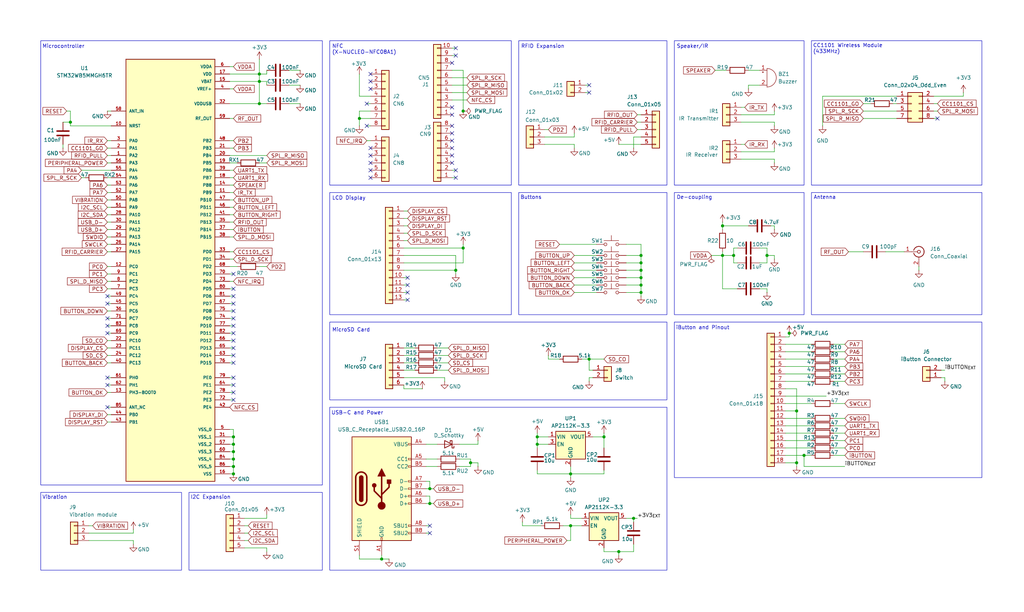
<source format=kicad_sch>
(kicad_sch (version 20250114) (generator "eeschema") (generator_version "9.0")
  (paper "User" 350.999 210)
  (title_block (title "Sorta Flipper Zero by Jake Perrin"))
  (rectangle (start 13.97 168.91) (end 62.23 195.58))
  (rectangle (start 64.77 168.91) (end 110.49 195.58))
  (rectangle (start 113.03 13.97) (end 175.26 63.5))
  (rectangle (start 278.13 66.04) (end 336.55 107.95))
  (rectangle (start 231.14 66.04) (end 275.59 107.95))
  (rectangle (start 113.03 110.49) (end 228.6 137.16))
  (rectangle (start 113.03 66.04) (end 175.26 107.95))
  (rectangle (start 231.14 13.97) (end 275.59 63.5))
  (rectangle (start 177.8 66.04) (end 228.6 107.95))
  (rectangle (start 177.8 13.97) (end 228.6 63.5))
  (rectangle (start 278.13 13.97) (end 336.55 63.5))
  (rectangle (start 113.03 139.7) (end 228.6 195.58))
  (rectangle (start 231.14 110.49) (end 336.55 163.83))
  (rectangle (start 13.97 13.97) (end 110.49 166.37))
  (text "De-coupling" (at 231.902 67.818 0) (effects (font (size 1.27 1.27)) (justify left)))
  (text "Buttons" (at 178.308 67.818 0) (effects (font (size 1.27 1.27)) (justify left)))
  (text "MicroSD Card" (at 113.792 113.284 0) (effects (font (size 1.27 1.27)) (justify left)))
  (text "CC1101 Wireless Module\n(433MHz)" (at 278.638 16.764 0) (effects (font (size 1.27 1.27)) (justify left)))
  (text "NFC\n(X-NUCLEO-NFC08A1)" (at 113.792 17.018 0) (effects (font (size 1.27 1.27)) (justify left)))
  (text "LCD Display" (at 113.792 68.072 0) (effects (font (size 1.27 1.27)) (justify left)))
  (text "USB-C and Power" (at 113.538 141.732 0) (effects (font (size 1.27 1.27)) (justify left)))
  (text "iButton and Pinout" (at 231.648 112.522 0) (effects (font (size 1.27 1.27)) (justify left)))
  (text "Speaker/IR" (at 231.902 16.002 0) (effects (font (size 1.27 1.27)) (justify left)))
  (text "Microcontroller" (at 14.478 16.002 0) (effects (font (size 1.27 1.27)) (justify left)))
  (text "I2C Expansion" (at 65.278 170.688 0) (effects (font (size 1.27 1.27)) (justify left)))
  (text "Vibration" (at 14.478 170.688 0) (effects (font (size 1.27 1.27)) (justify left)))
  (text "RFID Expansion" (at 178.562 16.002 0) (effects (font (size 1.27 1.27)) (justify left)))
  (text "Antenna" (at 282.702 67.818 0) (effects (font (size 1.27 1.27))))
  (junction (at 156.21 92.71))
  (junction (at 158.75 85.09))
  (junction (at 80.01 162.56))
  (junction (at 24.13 41.91))
  (junction (at 219.71 87.63))
  (junction (at 195.58 180.34))
  (junction (at 184.15 152.4))
  (junction (at 219.71 100.33))
  (junction (at 217.17 177.8))
  (junction (at 147.32 167.64))
  (junction (at 273.05 140.97))
  (junction (at 247.65 87.63))
  (junction (at 80.01 149.86))
  (junction (at 275.59 156.21))
  (junction (at 158.75 38.1))
  (junction (at 251.46 87.63))
  (junction (at 147.32 172.72))
  (junction (at 88.9 25.4))
  (junction (at 184.15 149.86))
  (junction (at 201.93 123.19))
  (junction (at 273.05 158.75))
  (junction (at 161.29 158.75))
  (junction (at 80.01 157.48))
  (junction (at 88.9 27.94))
  (junction (at 219.71 90.17))
  (junction (at 207.01 149.86))
  (junction (at 80.01 154.94))
  (junction (at 130.81 191.77))
  (junction (at 88.9 35.56))
  (junction (at 195.58 162.56))
  (junction (at 80.01 160.02))
  (junction (at 219.71 92.71))
  (junction (at 219.71 95.25))
  (junction (at 262.89 87.63))
  (junction (at 123.19 40.64))
  (junction (at 247.65 77.47))
  (junction (at 270.51 114.3))
  (junction (at 219.71 97.79))
  (junction (at 212.09 189.23))
  (junction (at 80.01 152.4))
  (no_connect (at 139.7 100.33))
  (no_connect (at 156.21 16.51))
  (no_connect (at 80.01 99.06))
  (no_connect (at 156.21 58.42))
  (no_connect (at 80.01 134.62))
  (no_connect (at 36.83 129.54))
  (no_connect (at 80.01 129.54))
  (no_connect (at 127 25.4))
  (no_connect (at 80.01 101.6))
  (no_connect (at 36.83 139.7))
  (no_connect (at 154.94 43.18))
  (no_connect (at 36.83 132.08))
  (no_connect (at 154.94 55.88))
  (no_connect (at 201.93 31.75))
  (no_connect (at 125.73 35.56))
  (no_connect (at 36.83 104.14))
  (no_connect (at 80.01 116.84))
  (no_connect (at 154.94 48.26))
  (no_connect (at 80.01 132.08))
  (no_connect (at 80.01 104.14))
  (no_connect (at 139.7 102.87))
  (no_connect (at 80.01 137.16))
  (no_connect (at 127 58.42))
  (no_connect (at 154.94 39.37))
  (no_connect (at 147.32 182.88))
  (no_connect (at 80.01 114.3))
  (no_connect (at 154.94 53.34))
  (no_connect (at 127 60.96))
  (no_connect (at 154.94 21.59))
  (no_connect (at 321.31 40.64))
  (no_connect (at 154.94 36.83))
  (no_connect (at 127 53.34))
  (no_connect (at 139.7 97.79))
  (no_connect (at 154.94 50.8))
  (no_connect (at 156.21 60.96))
  (no_connect (at 36.83 114.3))
  (no_connect (at 80.01 111.76))
  (no_connect (at 80.01 106.68))
  (no_connect (at 80.01 124.46))
  (no_connect (at 36.83 111.76))
  (no_connect (at 36.83 109.22))
  (no_connect (at 80.01 93.98))
  (no_connect (at 127 55.88))
  (no_connect (at 127 27.94))
  (no_connect (at 80.01 121.92))
  (no_connect (at 80.01 119.38))
  (no_connect (at 127 50.8))
  (no_connect (at 127 30.48))
  (no_connect (at 80.01 109.22))
  (no_connect (at 156.21 19.05))
  (no_connect (at 139.7 95.25))
  (no_connect (at 147.32 180.34))
  (no_connect (at 36.83 101.6))
  (no_connect (at 125.73 43.18))
  (no_connect (at 154.94 45.72))
  (no_connect (at 201.93 29.21))
  (wire (pts (xy 265.43 77.47) (xy 265.43 78.74)))
  (wire (pts (xy 203.2 127) (xy 201.93 127)))
  (wire (pts (xy 254 52.07) (xy 265.43 52.07)))
  (wire (pts (xy 36.83 83.82) (xy 38.1 83.82)))
  (wire (pts (xy 285.75 148.59) (xy 289.56 148.59)))
  (wire (pts (xy 251.46 85.09) (xy 251.46 87.63)))
  (wire (pts (xy 184.15 149.86) (xy 184.15 152.4)))
  (wire (pts (xy 163.83 151.13) (xy 163.83 152.4)))
  (wire (pts (xy 80.01 78.74) (xy 78.74 78.74)))
  (wire (pts (xy 184.15 161.29) (xy 184.15 162.56)))
  (wire (pts (xy 138.43 82.55) (xy 139.7 82.55)))
  (wire (pts (xy 80.01 86.36) (xy 78.74 86.36)))
  (wire (pts (xy 36.83 68.58) (xy 38.1 68.58)))
  (wire (pts (xy 285.75 151.13) (xy 289.56 151.13)))
  (wire (pts (xy 269.24 156.21) (xy 275.59 156.21)))
  (wire (pts (xy 80.01 50.8) (xy 78.74 50.8)))
  (wire (pts (xy 88.9 55.88) (xy 91.44 55.88)))
  (wire (pts (xy 36.83 73.66) (xy 38.1 73.66)))
  (wire (pts (xy 303.53 86.36) (xy 309.88 86.36)))
  (wire (pts (xy 99.06 29.21) (xy 102.87 29.21)))
  (wire (pts (xy 193.04 180.34) (xy 195.58 180.34)))
  (wire (pts (xy 36.83 81.28) (xy 38.1 81.28)))
  (wire (pts (xy 91.44 24.13) (xy 91.44 25.4)))
  (wire (pts (xy 36.83 121.92) (xy 38.1 121.92)))
  (wire (pts (xy 184.15 148.59) (xy 184.15 149.86)))
  (wire (pts (xy 187.96 44.45) (xy 186.69 44.45)))
  (wire (pts (xy 36.83 116.84) (xy 38.1 116.84)))
  (wire (pts (xy 80.01 116.84) (xy 78.74 116.84)))
  (wire (pts (xy 187.96 121.92) (xy 187.96 123.19)))
  (wire (pts (xy 251.46 90.17) (xy 252.73 90.17)))
  (wire (pts (xy 320.04 38.1) (xy 321.31 38.1)))
  (wire (pts (xy 146.05 170.18) (xy 147.32 170.18)))
  (wire (pts (xy 138.43 133.35) (xy 144.78 133.35)))
  (wire (pts (xy 187.96 123.19) (xy 191.77 123.19)))
  (wire (pts (xy 123.19 25.4) (xy 123.19 33.02)))
  (wire (pts (xy 184.15 152.4) (xy 187.96 152.4)))
  (wire (pts (xy 83.82 187.96) (xy 91.44 187.96)))
  (wire (pts (xy 269.24 128.27) (xy 278.13 128.27)))
  (wire (pts (xy 269.24 120.65) (xy 278.13 120.65)))
  (wire (pts (xy 219.71 92.71) (xy 219.71 95.25)))
  (wire (pts (xy 214.63 87.63) (xy 219.71 87.63)))
  (wire (pts (xy 91.44 187.96) (xy 91.44 189.23)))
  (wire (pts (xy 321.31 40.64) (xy 320.04 40.64)))
  (wire (pts (xy 184.15 152.4) (xy 184.15 153.67)))
  (wire (pts (xy 36.83 86.36) (xy 38.1 86.36)))
  (wire (pts (xy 80.01 81.28) (xy 78.74 81.28)))
  (wire (pts (xy 78.74 35.56) (xy 88.9 35.56)))
  (wire (pts (xy 269.24 125.73) (xy 278.13 125.73)))
  (wire (pts (xy 207.01 149.86) (xy 207.01 153.67)))
  (wire (pts (xy 88.9 27.94) (xy 88.9 35.56)))
  (wire (pts (xy 275.59 156.21) (xy 278.13 156.21)))
  (wire (pts (xy 269.24 148.59) (xy 278.13 148.59)))
  (wire (pts (xy 330.2 31.75) (xy 330.2 33.02)))
  (wire (pts (xy 36.83 99.06) (xy 38.1 99.06)))
  (wire (pts (xy 154.94 31.75) (xy 160.02 31.75)))
  (wire (pts (xy 285.75 146.05) (xy 289.56 146.05)))
  (wire (pts (xy 154.94 29.21) (xy 160.02 29.21)))
  (wire (pts (xy 149.86 119.38) (xy 153.67 119.38)))
  (wire (pts (xy 201.93 129.54) (xy 201.93 130.81)))
  (wire (pts (xy 184.15 149.86) (xy 187.96 149.86)))
  (wire (pts (xy 138.43 119.38) (xy 142.24 119.38)))
  (wire (pts (xy 154.94 34.29) (xy 160.02 34.29)))
  (wire (pts (xy 88.9 27.94) (xy 91.44 27.94)))
  (wire (pts (xy 78.74 147.32) (xy 80.01 147.32)))
  (wire (pts (xy 80.01 106.68) (xy 78.74 106.68)))
  (wire (pts (xy 146.05 160.02) (xy 149.86 160.02)))
  (wire (pts (xy 146.05 152.4) (xy 149.86 152.4)))
  (wire (pts (xy 269.24 140.97) (xy 273.05 140.97)))
  (wire (pts (xy 80.01 93.98) (xy 78.74 93.98)))
  (wire (pts (xy 80.01 160.02) (xy 80.01 162.56)))
  (wire (pts (xy 269.24 130.81) (xy 278.13 130.81)))
  (wire (pts (xy 254 49.53) (xy 255.27 49.53)))
  (wire (pts (xy 30.48 185.42) (xy 45.72 185.42)))
  (wire (pts (xy 251.46 87.63) (xy 251.46 90.17)))
  (wire (pts (xy 247.65 77.47) (xy 256.54 77.47)))
  (wire (pts (xy 203.2 129.54) (xy 201.93 129.54)))
  (wire (pts (xy 200.66 31.75) (xy 201.93 31.75)))
  (wire (pts (xy 265.43 38.1) (xy 265.43 39.37)))
  (wire (pts (xy 295.91 40.64) (xy 307.34 40.64)))
  (wire (pts (xy 36.83 139.7) (xy 38.1 139.7)))
  (wire (pts (xy 265.43 87.63) (xy 265.43 88.9)))
  (wire (pts (xy 123.19 38.1) (xy 127 38.1)))
  (wire (pts (xy 123.19 40.64) (xy 123.19 43.18)))
  (wire (pts (xy 219.71 46.99) (xy 217.17 46.99)))
  (wire (pts (xy 78.74 162.56) (xy 80.01 162.56)))
  (wire (pts (xy 80.01 124.46) (xy 78.74 124.46)))
  (wire (pts (xy 245.11 24.13) (xy 248.92 24.13)))
  (wire (pts (xy 290.83 86.36) (xy 295.91 86.36)))
  (wire (pts (xy 256.54 24.13) (xy 260.35 24.13)))
  (wire (pts (xy 156.21 92.71) (xy 156.21 87.63)))
  (wire (pts (xy 158.75 85.09) (xy 138.43 85.09)))
  (wire (pts (xy 196.85 90.17) (xy 204.47 90.17)))
  (wire (pts (xy 247.65 77.47) (xy 247.65 78.74)))
  (wire (pts (xy 295.91 35.56) (xy 298.45 35.56)))
  (wire (pts (xy 80.01 134.62) (xy 78.74 134.62)))
  (wire (pts (xy 147.32 165.1) (xy 147.32 167.64)))
  (wire (pts (xy 269.24 153.67) (xy 278.13 153.67)))
  (wire (pts (xy 265.43 54.61) (xy 265.43 55.88)))
  (wire (pts (xy 36.83 55.88) (xy 38.1 55.88)))
  (wire (pts (xy 179.07 179.07) (xy 179.07 180.34)))
  (wire (pts (xy 196.85 95.25) (xy 204.47 95.25)))
  (wire (pts (xy 163.83 158.75) (xy 163.83 160.02)))
  (wire (pts (xy 123.19 190.5) (xy 123.19 191.77)))
  (wire (pts (xy 219.71 49.53) (xy 212.09 49.53)))
  (wire (pts (xy 36.83 129.54) (xy 38.1 129.54)))
  (wire (pts (xy 80.01 60.96) (xy 78.74 60.96)))
  (wire (pts (xy 251.46 85.09) (xy 252.73 85.09)))
  (wire (pts (xy 217.17 186.69) (xy 217.17 189.23)))
  (wire (pts (xy 265.43 50.8) (xy 265.43 52.07)))
  (wire (pts (xy 138.43 102.87) (xy 139.7 102.87)))
  (wire (pts (xy 102.87 24.13) (xy 99.06 24.13)))
  (wire (pts (xy 36.83 71.12) (xy 38.1 71.12)))
  (wire (pts (xy 219.71 95.25) (xy 219.71 97.79)))
  (wire (pts (xy 127 33.02) (xy 123.19 33.02)))
  (wire (pts (xy 149.86 124.46) (xy 153.67 124.46)))
  (wire (pts (xy 196.85 92.71) (xy 204.47 92.71)))
  (wire (pts (xy 147.32 167.64) (xy 146.05 167.64)))
  (wire (pts (xy 219.71 97.79) (xy 219.71 100.33)))
  (wire (pts (xy 196.85 46.99) (xy 196.85 45.72)))
  (wire (pts (xy 138.43 97.79) (xy 139.7 97.79)))
  (wire (pts (xy 123.19 191.77) (xy 130.81 191.77)))
  (wire (pts (xy 36.83 144.78) (xy 38.1 144.78)))
  (wire (pts (xy 80.01 76.2) (xy 78.74 76.2)))
  (wire (pts (xy 285.75 156.21) (xy 289.56 156.21)))
  (wire (pts (xy 147.32 172.72) (xy 148.59 172.72)))
  (wire (pts (xy 275.59 156.21) (xy 275.59 160.02)))
  (wire (pts (xy 154.94 24.13) (xy 158.75 24.13)))
  (wire (pts (xy 80.01 109.22) (xy 78.74 109.22)))
  (wire (pts (xy 154.94 60.96) (xy 156.21 60.96)))
  (wire (pts (xy 191.77 83.82) (xy 204.47 83.82)))
  (wire (pts (xy 212.09 189.23) (xy 217.17 189.23)))
  (wire (pts (xy 273.05 158.75) (xy 273.05 160.02)))
  (wire (pts (xy 273.05 140.97) (xy 273.05 158.75)))
  (wire (pts (xy 269.24 115.57) (xy 270.51 115.57)))
  (wire (pts (xy 260.35 90.17) (xy 262.89 90.17)))
  (wire (pts (xy 138.43 80.01) (xy 139.7 80.01)))
  (wire (pts (xy 322.58 129.54) (xy 323.85 129.54)))
  (wire (pts (xy 83.82 177.8) (xy 91.44 177.8)))
  (wire (pts (xy 146.05 180.34) (xy 147.32 180.34)))
  (wire (pts (xy 195.58 162.56) (xy 207.01 162.56)))
  (wire (pts (xy 219.71 87.63) (xy 219.71 90.17)))
  (wire (pts (xy 247.65 99.06) (xy 252.73 99.06)))
  (wire (pts (xy 78.74 154.94) (xy 80.01 154.94)))
  (wire (pts (xy 196.85 100.33) (xy 204.47 100.33)))
  (wire (pts (xy 38.1 38.1) (xy 36.83 38.1)))
  (wire (pts (xy 218.44 41.91) (xy 219.71 41.91)))
  (wire (pts (xy 80.01 147.32) (xy 80.01 149.86)))
  (wire (pts (xy 214.63 83.82) (xy 219.71 83.82)))
  (wire (pts (xy 138.43 133.35) (xy 138.43 132.08)))
  (wire (pts (xy 269.24 135.89) (xy 283.21 135.89)))
  (wire (pts (xy 36.83 142.24) (xy 38.1 142.24)))
  (wire (pts (xy 80.01 104.14) (xy 78.74 104.14)))
  (wire (pts (xy 36.83 91.44) (xy 38.1 91.44)))
  (wire (pts (xy 285.75 120.65) (xy 289.56 120.65)))
  (wire (pts (xy 36.83 53.34) (xy 38.1 53.34)))
  (wire (pts (xy 285.75 130.81) (xy 289.56 130.81)))
  (wire (pts (xy 146.05 165.1) (xy 147.32 165.1)))
  (wire (pts (xy 138.43 95.25) (xy 139.7 95.25)))
  (wire (pts (xy 195.58 180.34) (xy 195.58 185.42)))
  (wire (pts (xy 88.9 25.4) (xy 88.9 27.94)))
  (wire (pts (xy 27.94 58.42) (xy 38.1 58.42)))
  (wire (pts (xy 254 41.91) (xy 265.43 41.91)))
  (wire (pts (xy 130.81 190.5) (xy 130.81 191.77)))
  (wire (pts (xy 320.04 35.56) (xy 321.31 35.56)))
  (wire (pts (xy 123.19 40.64) (xy 127 40.64)))
  (wire (pts (xy 260.35 99.06) (xy 262.89 99.06)))
  (wire (pts (xy 78.74 27.94) (xy 88.9 27.94)))
  (wire (pts (xy 195.58 160.02) (xy 195.58 162.56)))
  (wire (pts (xy 262.89 87.63) (xy 265.43 87.63)))
  (wire (pts (xy 196.85 49.53) (xy 196.85 50.8)))
  (wire (pts (xy 78.74 53.34) (xy 91.44 53.34)))
  (wire (pts (xy 36.83 109.22) (xy 38.1 109.22)))
  (wire (pts (xy 88.9 20.32) (xy 88.9 25.4)))
  (wire (pts (xy 45.72 181.61) (xy 45.72 182.88)))
  (wire (pts (xy 78.74 157.48) (xy 80.01 157.48)))
  (wire (pts (xy 24.13 43.18) (xy 38.1 43.18)))
  (wire (pts (xy 80.01 157.48) (xy 80.01 160.02)))
  (wire (pts (xy 80.01 114.3) (xy 78.74 114.3)))
  (wire (pts (xy 285.75 118.11) (xy 289.56 118.11)))
  (wire (pts (xy 36.83 66.04) (xy 38.1 66.04)))
  (wire (pts (xy 80.01 58.42) (xy 78.74 58.42)))
  (wire (pts (xy 186.69 46.99) (xy 196.85 46.99)))
  (wire (pts (xy 285.75 128.27) (xy 289.56 128.27)))
  (wire (pts (xy 36.83 114.3) (xy 38.1 114.3)))
  (wire (pts (xy 130.81 191.77) (xy 133.35 191.77)))
  (wire (pts (xy 306.07 35.56) (xy 307.34 35.56)))
  (wire (pts (xy 149.86 127) (xy 153.67 127)))
  (wire (pts (xy 270.51 114.3) (xy 270.51 115.57)))
  (wire (pts (xy 80.01 99.06) (xy 78.74 99.06)))
  (wire (pts (xy 273.05 133.35) (xy 273.05 140.97)))
  (wire (pts (xy 214.63 90.17) (xy 219.71 90.17)))
  (wire (pts (xy 138.43 77.47) (xy 139.7 77.47)))
  (wire (pts (xy 36.83 101.6) (xy 38.1 101.6)))
  (wire (pts (xy 80.01 119.38) (xy 78.74 119.38)))
  (wire (pts (xy 83.82 185.42) (xy 85.09 185.42)))
  (wire (pts (xy 91.44 176.53) (xy 91.44 177.8)))
  (wire (pts (xy 80.01 152.4) (xy 80.01 154.94)))
  (wire (pts (xy 125.73 35.56) (xy 127 35.56)))
  (wire (pts (xy 254 39.37) (xy 265.43 39.37)))
  (wire (pts (xy 214.63 100.33) (xy 219.71 100.33)))
  (wire (pts (xy 36.83 124.46) (xy 38.1 124.46)))
  (wire (pts (xy 138.43 127) (xy 142.24 127)))
  (wire (pts (xy 247.65 87.63) (xy 251.46 87.63)))
  (wire (pts (xy 156.21 87.63) (xy 138.43 87.63)))
  (wire (pts (xy 269.24 138.43) (xy 278.13 138.43)))
  (wire (pts (xy 254 54.61) (xy 265.43 54.61)))
  (wire (pts (xy 269.24 133.35) (xy 273.05 133.35)))
  (wire (pts (xy 161.29 157.48) (xy 161.29 158.75)))
  (wire (pts (xy 80.01 66.04) (xy 78.74 66.04)))
  (wire (pts (xy 80.01 154.94) (xy 80.01 157.48)))
  (wire (pts (xy 195.58 162.56) (xy 195.58 163.83)))
  (wire (pts (xy 157.48 152.4) (xy 163.83 152.4)))
  (wire (pts (xy 218.44 39.37) (xy 219.71 39.37)))
  (wire (pts (xy 218.44 44.45) (xy 219.71 44.45)))
  (wire (pts (xy 219.71 101.6) (xy 219.71 100.33)))
  (wire (pts (xy 78.74 25.4) (xy 88.9 25.4)))
  (wire (pts (xy 147.32 167.64) (xy 148.59 167.64)))
  (wire (pts (xy 200.66 29.21) (xy 201.93 29.21)))
  (wire (pts (xy 45.72 185.42) (xy 45.72 186.69)))
  (wire (pts (xy 262.89 99.06) (xy 262.89 100.33)))
  (wire (pts (xy 156.21 92.71) (xy 156.21 93.98)))
  (wire (pts (xy 80.01 129.54) (xy 78.74 129.54)))
  (wire (pts (xy 179.07 180.34) (xy 185.42 180.34)))
  (wire (pts (xy 138.43 90.17) (xy 158.75 90.17)))
  (wire (pts (xy 138.43 72.39) (xy 139.7 72.39)))
  (wire (pts (xy 184.15 162.56) (xy 195.58 162.56)))
  (wire (pts (xy 81.28 91.44) (xy 78.74 91.44)))
  (wire (pts (xy 138.43 124.46) (xy 142.24 124.46)))
  (wire (pts (xy 80.01 111.76) (xy 78.74 111.76)))
  (wire (pts (xy 88.9 35.56) (xy 91.44 35.56)))
  (wire (pts (xy 214.63 177.8) (xy 217.17 177.8)))
  (wire (pts (xy 21.59 49.53) (xy 21.59 50.8)))
  (wire (pts (xy 158.75 83.82) (xy 158.75 85.09)))
  (wire (pts (xy 157.48 157.48) (xy 161.29 157.48)))
  (wire (pts (xy 314.96 91.44) (xy 314.96 92.71)))
  (wire (pts (xy 201.93 123.19) (xy 207.01 123.19)))
  (wire (pts (xy 22.86 38.1) (xy 24.13 38.1)))
  (wire (pts (xy 195.58 176.53) (xy 195.58 177.8)))
  (wire (pts (xy 161.29 158.75) (xy 163.83 158.75)))
  (wire (pts (xy 91.44 91.44) (xy 88.9 91.44)))
  (wire (pts (xy 30.48 182.88) (xy 45.72 182.88)))
  (wire (pts (xy 214.63 97.79) (xy 219.71 97.79)))
  (wire (pts (xy 307.34 33.02) (xy 281.94 33.02)))
  (wire (pts (xy 80.01 132.08) (xy 78.74 132.08)))
  (wire (pts (xy 80.01 121.92) (xy 78.74 121.92)))
  (wire (pts (xy 256.54 29.21) (xy 256.54 30.48)))
  (wire (pts (xy 80.01 40.64) (xy 78.74 40.64)))
  (wire (pts (xy 322.58 127) (xy 323.85 127)))
  (wire (pts (xy 264.16 77.47) (xy 265.43 77.47)))
  (wire (pts (xy 138.43 74.93) (xy 139.7 74.93)))
  (wire (pts (xy 36.83 78.74) (xy 38.1 78.74)))
  (wire (pts (xy 36.83 134.62) (xy 38.1 134.62)))
  (wire (pts (xy 269.24 143.51) (xy 278.13 143.51)))
  (wire (pts (xy 91.44 27.94) (xy 91.44 29.21)))
  (wire (pts (xy 36.83 48.26) (xy 38.1 48.26)))
  (wire (pts (xy 217.17 177.8) (xy 217.17 179.07)))
  (wire (pts (xy 196.85 87.63) (xy 204.47 87.63)))
  (wire (pts (xy 80.01 63.5) (xy 78.74 63.5)))
  (wire (pts (xy 196.85 97.79) (xy 204.47 97.79)))
  (wire (pts (xy 78.74 152.4) (xy 80.01 152.4)))
  (wire (pts (xy 295.91 38.1) (xy 307.34 38.1)))
  (wire (pts (xy 80.01 71.12) (xy 78.74 71.12)))
  (wire (pts (xy 83.82 180.34) (xy 85.09 180.34)))
  (wire (pts (xy 260.35 85.09) (xy 262.89 85.09)))
  (wire (pts (xy 36.83 104.14) (xy 38.1 104.14)))
  (wire (pts (xy 138.43 129.54) (xy 152.4 129.54)))
  (wire (pts (xy 80.01 149.86) (xy 80.01 152.4)))
  (wire (pts (xy 217.17 46.99) (xy 217.17 50.8)))
  (wire (pts (xy 281.94 33.02) (xy 281.94 43.18)))
  (wire (pts (xy 207.01 189.23) (xy 212.09 189.23)))
  (wire (pts (xy 275.59 160.02) (xy 289.56 160.02)))
  (wire (pts (xy 217.17 177.8) (xy 218.44 177.8)))
  (wire (pts (xy 36.83 119.38) (xy 38.1 119.38)))
  (wire (pts (xy 80.01 73.66) (xy 78.74 73.66)))
  (wire (pts (xy 80.01 96.52) (xy 78.74 96.52)))
  (wire (pts (xy 149.86 121.92) (xy 153.67 121.92)))
  (wire (pts (xy 30.48 180.34) (xy 31.75 180.34)))
  (wire (pts (xy 254 36.83) (xy 255.27 36.83)))
  (wire (pts (xy 285.75 138.43) (xy 289.56 138.43)))
  (wire (pts (xy 199.39 123.19) (xy 201.93 123.19)))
  (wire (pts (xy 199.39 177.8) (xy 195.58 177.8)))
  (wire (pts (xy 219.71 90.17) (xy 219.71 92.71)))
  (wire (pts (xy 247.65 86.36) (xy 247.65 87.63)))
  (wire (pts (xy 154.94 26.67) (xy 160.02 26.67)))
  (wire (pts (xy 147.32 172.72) (xy 146.05 172.72)))
  (wire (pts (xy 269.24 146.05) (xy 278.13 146.05)))
  (wire (pts (xy 36.83 111.76) (xy 38.1 111.76)))
  (wire (pts (xy 78.74 160.02) (xy 80.01 160.02)))
  (wire (pts (xy 256.54 29.21) (xy 260.35 29.21)))
  (wire (pts (xy 247.65 76.2) (xy 247.65 77.47)))
  (wire (pts (xy 125.73 43.18) (xy 127 43.18)))
  (wire (pts (xy 123.19 38.1) (xy 123.19 40.64)))
  (wire (pts (xy 80.01 68.58) (xy 78.74 68.58)))
  (wire (pts (xy 265.43 41.91) (xy 265.43 43.18)))
  (wire (pts (xy 146.05 182.88) (xy 147.32 182.88)))
  (wire (pts (xy 285.75 123.19) (xy 289.56 123.19)))
  (wire (pts (xy 243.84 87.63) (xy 247.65 87.63)))
  (wire (pts (xy 214.63 92.71) (xy 219.71 92.71)))
  (wire (pts (xy 138.43 92.71) (xy 156.21 92.71)))
  (wire (pts (xy 203.2 149.86) (xy 207.01 149.86)))
  (wire (pts (xy 36.83 76.2) (xy 38.1 76.2)))
  (wire (pts (xy 138.43 121.92) (xy 142.24 121.92)))
  (wire (pts (xy 36.83 93.98) (xy 38.1 93.98)))
  (wire (pts (xy 154.94 16.51) (xy 156.21 16.51)))
  (wire (pts (xy 207.01 161.29) (xy 207.01 162.56)))
  (wire (pts (xy 186.69 49.53) (xy 196.85 49.53)))
  (wire (pts (xy 21.59 41.91) (xy 24.13 41.91)))
  (wire (pts (xy 24.13 38.1) (xy 24.13 41.91)))
  (wire (pts (xy 219.71 83.82) (xy 219.71 87.63)))
  (wire (pts (xy 285.75 125.73) (xy 289.56 125.73)))
  (wire (pts (xy 78.74 55.88) (xy 81.28 55.88)))
  (wire (pts (xy 78.74 149.86) (xy 80.01 149.86)))
  (wire (pts (xy 138.43 100.33) (xy 139.7 100.33)))
  (wire (pts (xy 158.75 24.13) (xy 158.75 38.1)))
  (wire (pts (xy 247.65 87.63) (xy 247.65 99.06)))
  (wire (pts (xy 194.31 185.42) (xy 195.58 185.42)))
  (wire (pts (xy 36.83 63.5) (xy 38.1 63.5)))
  (wire (pts (xy 262.89 87.63) (xy 262.89 90.17)))
  (wire (pts (xy 269.24 151.13) (xy 278.13 151.13)))
  (wire (pts (xy 212.09 189.23) (xy 212.09 190.5)))
  (wire (pts (xy 269.24 123.19) (xy 278.13 123.19)))
  (wire (pts (xy 323.85 129.54) (xy 323.85 130.81)))
  (wire (pts (xy 80.01 48.26) (xy 78.74 48.26)))
  (wire (pts (xy 154.94 58.42) (xy 156.21 58.42)))
  (wire (pts (xy 24.13 41.91) (xy 24.13 43.18)))
  (wire (pts (xy 102.87 35.56) (xy 99.06 35.56)))
  (wire (pts (xy 285.75 153.67) (xy 289.56 153.67)))
  (wire (pts (xy 80.01 101.6) (xy 78.74 101.6)))
  (wire (pts (xy 78.74 22.86) (xy 80.01 22.86)))
  (wire (pts (xy 269.24 118.11) (xy 278.13 118.11)))
  (wire (pts (xy 152.4 129.54) (xy 152.4 130.81)))
  (wire (pts (xy 161.29 160.02) (xy 161.29 158.75)))
  (wire (pts (xy 80.01 137.16) (xy 78.74 137.16)))
  (wire (pts (xy 262.89 85.09) (xy 262.89 87.63)))
  (wire (pts (xy 80.01 88.9) (xy 78.74 88.9)))
  (wire (pts (xy 36.83 132.08) (xy 38.1 132.08)))
  (wire (pts (xy 36.83 60.96) (xy 38.1 60.96)))
  (wire (pts (xy 88.9 25.4) (xy 91.44 25.4)))
  (wire (pts (xy 207.01 148.59) (xy 207.01 149.86)))
  (wire (pts (xy 320.04 33.02) (xy 330.2 33.02)))
  (wire (pts (xy 154.94 19.05) (xy 156.21 19.05)))
  (wire (pts (xy 147.32 170.18) (xy 147.32 172.72)))
  (wire (pts (xy 195.58 180.34) (xy 199.39 180.34)))
  (wire (pts (xy 125.73 48.26) (xy 127 48.26)))
  (wire (pts (xy 201.93 123.19) (xy 201.93 127)))
  (wire (pts (xy 83.82 182.88) (xy 85.09 182.88)))
  (wire (pts (xy 214.63 95.25) (xy 219.71 95.25)))
  (wire (pts (xy 36.83 50.8) (xy 38.1 50.8)))
  (wire (pts (xy 36.83 106.68) (xy 38.1 106.68)))
  (wire (pts (xy 36.83 96.52) (xy 38.1 96.52)))
  (wire (pts (xy 285.75 143.51) (xy 289.56 143.51)))
  (wire (pts (xy 269.24 158.75) (xy 273.05 158.75)))
  (wire (pts (xy 207.01 187.96) (xy 207.01 189.23)))
  (wire (pts (xy 27.94 60.96) (xy 29.21 60.96)))
  (wire (pts (xy 158.75 90.17) (xy 158.75 85.09)))
  (wire (pts (xy 146.05 157.48) (xy 149.86 157.48)))
  (wire (pts (xy 80.01 30.48) (xy 78.74 30.48)))
  (wire (pts (xy 157.48 160.02) (xy 161.29 160.02)))
  (label "+3V3_{EXT}" (at 283.21 135.89 0))
  (label "iBUTTON_{EXT}" (at 323.85 127 0))
  (label "iBUTTON_{EXT}" (at 289.56 160.02 0))
  (label "+3V3_{EXT}" (at 218.44 177.8 0))
  (global_label "BUTTON_UP" (shape input) (at 196.85 87.63 180) (property "Intersheetrefs" "${INTERSHEET_REFS}" (effects (hide yes))))
  (global_label "BUTTON_DOWN" (shape input) (at 196.85 95.25 180) (property "Intersheetrefs" "${INTERSHEET_REFS}" (effects (hide yes))))
  (global_label "SPL_D_MISO" (shape input) (at 36.83 96.52 180) (property "Intersheetrefs" "${INTERSHEET_REFS}" (effects (hide yes))))
  (global_label "IR_RX" (shape input) (at 36.83 48.26 180) (property "Intersheetrefs" "${INTERSHEET_REFS}" (effects (hide yes))))
  (global_label "BUTTON_OK" (shape input) (at 36.83 134.62 180) (property "Intersheetrefs" "${INTERSHEET_REFS}" (effects (hide yes))))
  (global_label "SPL_D_MOSI" (shape input) (at 80.01 81.28 0) (property "Intersheetrefs" "${INTERSHEET_REFS}" (effects (hide yes))))
  (global_label "I2C_SCL" (shape input) (at 36.83 71.12 180) (property "Intersheetrefs" "${INTERSHEET_REFS}" (effects (hide yes))))
  (global_label "BUTTON_RIGHT" (shape input) (at 80.01 73.66 0) (property "Intersheetrefs" "${INTERSHEET_REFS}" (effects (hide yes))))
  (global_label "VDDA" (shape input) (at 243.84 87.63 180) (property "Intersheetrefs" "${INTERSHEET_REFS}" (effects (hide yes))))
  (global_label "IR_TX" (shape input) (at 255.27 36.83 0) (property "Intersheetrefs" "${INTERSHEET_REFS}" (effects (hide yes))))
  (global_label "iBUTTON" (shape input) (at 80.01 78.74 0) (property "Intersheetrefs" "${INTERSHEET_REFS}" (effects (hide yes))))
  (global_label "NFC_CS" (shape input) (at 78.74 139.7 0) (property "Intersheetrefs" "${INTERSHEET_REFS}" (effects (hide yes))))
  (global_label "PB3" (shape input) (at 80.01 50.8 0) (property "Intersheetrefs" "${INTERSHEET_REFS}" (effects (hide yes))))
  (global_label "SPL_R_SCK" (shape input) (at 295.91 38.1 180) (property "Intersheetrefs" "${INTERSHEET_REFS}" (effects (hide yes))))
  (global_label "PC0" (shape input) (at 289.56 153.67 0) (property "Intersheetrefs" "${INTERSHEET_REFS}" (effects (hide yes))))
  (global_label "SPL_R_MOSI" (shape input) (at 160.02 31.75 0) (property "Intersheetrefs" "${INTERSHEET_REFS}" (effects (hide yes))))
  (global_label "BUTTON_DOWN" (shape input) (at 36.83 106.68 180) (property "Intersheetrefs" "${INTERSHEET_REFS}" (effects (hide yes))))
  (global_label "NFC_IRQ" (shape input) (at 125.73 48.26 180) (property "Intersheetrefs" "${INTERSHEET_REFS}" (effects (hide yes))))
  (global_label "SD_CO" (shape input) (at 207.01 123.19 0) (property "Intersheetrefs" "${INTERSHEET_REFS}" (effects (hide yes))))
  (global_label "PERIPHERAL_POWER" (shape input) (at 194.31 185.42 180) (property "Intersheetrefs" "${INTERSHEET_REFS}" (effects (hide yes))))
  (global_label "PB2" (shape input) (at 289.56 128.27 0) (property "Intersheetrefs" "${INTERSHEET_REFS}" (effects (hide yes))))
  (global_label "SPL_D_SCK" (shape input) (at 139.7 80.01 0) (property "Intersheetrefs" "${INTERSHEET_REFS}" (effects (hide yes))))
  (global_label "CC1101_GO" (shape input) (at 295.91 35.56 180) (property "Intersheetrefs" "${INTERSHEET_REFS}" (effects (hide yes))))
  (global_label "iBUTTON" (shape input) (at 289.56 156.21 0) (property "Intersheetrefs" "${INTERSHEET_REFS}" (effects (hide yes))))
  (global_label "SPL_R_MISO" (shape input) (at 295.91 40.64 180) (property "Intersheetrefs" "${INTERSHEET_REFS}" (effects (hide yes))))
  (global_label "RF_OUT" (shape input) (at 290.83 86.36 180) (property "Intersheetrefs" "${INTERSHEET_REFS}" (effects (hide yes))))
  (global_label "SPL_R_MISO" (shape input) (at 91.44 53.34 0) (property "Intersheetrefs" "${INTERSHEET_REFS}" (effects (hide yes))))
  (global_label "BUTTON_LEFT" (shape input) (at 196.85 90.17 180) (property "Intersheetrefs" "${INTERSHEET_REFS}" (effects (hide yes))))
  (global_label "RFID_CARRIER" (shape input) (at 218.44 41.91 180) (property "Intersheetrefs" "${INTERSHEET_REFS}" (effects (hide yes))))
  (global_label "VIBRATION" (shape input) (at 31.75 180.34 0) (property "Intersheetrefs" "${INTERSHEET_REFS}" (effects (hide yes))))
  (global_label "DISPLAY_DI" (shape input) (at 36.83 142.24 180) (property "Intersheetrefs" "${INTERSHEET_REFS}" (effects (hide yes))))
  (global_label "PC1" (shape input) (at 289.56 151.13 0) (property "Intersheetrefs" "${INTERSHEET_REFS}" (effects (hide yes))))
  (global_label "SPL_R_SCK" (shape input) (at 160.02 26.67 0) (property "Intersheetrefs" "${INTERSHEET_REFS}" (effects (hide yes))))
  (global_label "DISPLAY_CS" (shape input) (at 139.7 72.39 0) (property "Intersheetrefs" "${INTERSHEET_REFS}" (effects (hide yes))))
  (global_label "SD_CS" (shape input) (at 153.67 124.46 0) (property "Intersheetrefs" "${INTERSHEET_REFS}" (effects (hide yes))))
  (global_label "IR_RX" (shape input) (at 255.27 49.53 0) (property "Intersheetrefs" "${INTERSHEET_REFS}" (effects (hide yes))))
  (global_label "PA6" (shape input) (at 36.83 63.5 180) (property "Intersheetrefs" "${INTERSHEET_REFS}" (effects (hide yes))))
  (global_label "NFC_CS" (shape input) (at 160.02 34.29 0) (property "Intersheetrefs" "${INTERSHEET_REFS}" (effects (hide yes))))
  (global_label "PERIPHERAL_POWER" (shape input) (at 36.83 55.88 180) (property "Intersheetrefs" "${INTERSHEET_REFS}" (effects (hide yes))))
  (global_label "UART1_RX" (shape input) (at 80.01 60.96 0) (property "Intersheetrefs" "${INTERSHEET_REFS}" (effects (hide yes))))
  (global_label "I2C_SCL" (shape input) (at 85.09 182.88 0) (property "Intersheetrefs" "${INTERSHEET_REFS}" (effects (hide yes))))
  (global_label "DISPLAY_RST" (shape input) (at 36.83 144.78 180) (property "Intersheetrefs" "${INTERSHEET_REFS}" (effects (hide yes))))
  (global_label "I2C_SDA" (shape input) (at 85.09 185.42 0) (property "Intersheetrefs" "${INTERSHEET_REFS}" (effects (hide yes))))
  (global_label "CC1101_CS" (shape input) (at 321.31 35.56 0) (property "Intersheetrefs" "${INTERSHEET_REFS}" (effects (hide yes))))
  (global_label "RESET" (shape input) (at 191.77 83.82 180) (property "Intersheetrefs" "${INTERSHEET_REFS}" (effects (hide yes))))
  (global_label "RFID_CARRIER" (shape input) (at 36.83 86.36 180) (property "Intersheetrefs" "${INTERSHEET_REFS}" (effects (hide yes))))
  (global_label "RFID_PULL" (shape input) (at 36.83 53.34 180) (property "Intersheetrefs" "${INTERSHEET_REFS}" (effects (hide yes))))
  (global_label "VIBRATION" (shape input) (at 36.83 68.58 180) (property "Intersheetrefs" "${INTERSHEET_REFS}" (effects (hide yes))))
  (global_label "SPL_R_SCK" (shape input) (at 27.94 60.96 180) (property "Intersheetrefs" "${INTERSHEET_REFS}" (effects (hide yes))))
  (global_label "PC1" (shape input) (at 36.83 93.98 180) (property "Intersheetrefs" "${INTERSHEET_REFS}" (effects (hide yes))))
  (global_label "SPL_D_SCK" (shape input) (at 80.01 88.9 0) (property "Intersheetrefs" "${INTERSHEET_REFS}" (effects (hide yes))))
  (global_label "BUTTON_OK" (shape input) (at 196.85 100.33 180) (property "Intersheetrefs" "${INTERSHEET_REFS}" (effects (hide yes))))
  (global_label "RESET" (shape input) (at 85.09 180.34 0) (property "Intersheetrefs" "${INTERSHEET_REFS}" (effects (hide yes))))
  (global_label "SPL_D_MOSI" (shape input) (at 153.67 127 0) (property "Intersheetrefs" "${INTERSHEET_REFS}" (effects (hide yes))))
  (global_label "VDDA" (shape input) (at 80.01 30.48 0) (property "Intersheetrefs" "${INTERSHEET_REFS}" (effects (hide yes))))
  (global_label "DISPLAY_RST" (shape input) (at 139.7 74.93 0) (property "Intersheetrefs" "${INTERSHEET_REFS}" (effects (hide yes))))
  (global_label "PC3" (shape input) (at 289.56 130.81 0) (property "Intersheetrefs" "${INTERSHEET_REFS}" (effects (hide yes))))
  (global_label "PB3" (shape input) (at 289.56 125.73 0) (property "Intersheetrefs" "${INTERSHEET_REFS}" (effects (hide yes))))
  (global_label "SPL_D_MISO" (shape input) (at 153.67 119.38 0) (property "Intersheetrefs" "${INTERSHEET_REFS}" (effects (hide yes))))
  (global_label "RFID_OUT" (shape input) (at 218.44 39.37 180) (property "Intersheetrefs" "${INTERSHEET_REFS}" (effects (hide yes))))
  (global_label "BUTTON_BACK" (shape input) (at 36.83 124.46 180) (property "Intersheetrefs" "${INTERSHEET_REFS}" (effects (hide yes))))
  (global_label "PA7" (shape input) (at 36.83 66.04 180) (property "Intersheetrefs" "${INTERSHEET_REFS}" (effects (hide yes))))
  (global_label "SWDIO" (shape input) (at 289.56 143.51 0) (property "Intersheetrefs" "${INTERSHEET_REFS}" (effects (hide yes))))
  (global_label "NFC_IRQ" (shape input) (at 80.01 96.52 0) (property "Intersheetrefs" "${INTERSHEET_REFS}" (effects (hide yes))))
  (global_label "SWDIO" (shape input) (at 36.83 81.28 180) (property "Intersheetrefs" "${INTERSHEET_REFS}" (effects (hide yes))))
  (global_label "SPL_D_MOSI" (shape input) (at 139.7 82.55 0) (property "Intersheetrefs" "${INTERSHEET_REFS}" (effects (hide yes))))
  (global_label "DISPLAY_CS" (shape input) (at 36.83 119.38 180) (property "Intersheetrefs" "${INTERSHEET_REFS}" (effects (hide yes))))
  (global_label "SWCLK" (shape input) (at 289.56 138.43 0) (property "Intersheetrefs" "${INTERSHEET_REFS}" (effects (hide yes))))
  (global_label "CC1101_GO" (shape input) (at 36.83 50.8 180) (property "Intersheetrefs" "${INTERSHEET_REFS}" (effects (hide yes))))
  (global_label "IR_TX" (shape input) (at 80.01 66.04 0) (property "Intersheetrefs" "${INTERSHEET_REFS}" (effects (hide yes))))
  (global_label "USB_D-" (shape input) (at 148.59 167.64 0) (property "Intersheetrefs" "${INTERSHEET_REFS}" (effects (hide yes))))
  (global_label "CC1101_CS" (shape input) (at 80.01 86.36 0) (property "Intersheetrefs" "${INTERSHEET_REFS}" (effects (hide yes))))
  (global_label "RFID_PULL" (shape input) (at 218.44 44.45 180) (property "Intersheetrefs" "${INTERSHEET_REFS}" (effects (hide yes))))
  (global_label "BUTTON_UP" (shape input) (at 80.01 68.58 0) (property "Intersheetrefs" "${INTERSHEET_REFS}" (effects (hide yes))))
  (global_label "UART1_RX" (shape input) (at 289.56 148.59 0) (property "Intersheetrefs" "${INTERSHEET_REFS}" (effects (hide yes))))
  (global_label "PA4" (shape input) (at 27.94 58.42 180) (property "Intersheetrefs" "${INTERSHEET_REFS}" (effects (hide yes))))
  (global_label "PC0" (shape input) (at 36.83 91.44 180) (property "Intersheetrefs" "${INTERSHEET_REFS}" (effects (hide yes))))
  (global_label "SD_CS" (shape input) (at 36.83 121.92 180) (property "Intersheetrefs" "${INTERSHEET_REFS}" (effects (hide yes))))
  (global_label "PD2" (shape input) (at 187.96 44.45 0) (property "Intersheetrefs" "${INTERSHEET_REFS}" (effects (hide yes))))
  (global_label "VDDA" (shape input) (at 80.01 22.86 0) (property "Intersheetrefs" "${INTERSHEET_REFS}" (effects (hide yes))))
  (global_label "SPEAKER" (shape input) (at 245.11 24.13 180) (property "Intersheetrefs" "${INTERSHEET_REFS}" (effects (hide yes))))
  (global_label "USB_D-" (shape input) (at 36.83 76.2 180) (property "Intersheetrefs" "${INTERSHEET_REFS}" (effects (hide yes))))
  (global_label "USB_D+" (shape input) (at 36.83 78.74 180) (property "Intersheetrefs" "${INTERSHEET_REFS}" (effects (hide yes))))
  (global_label "BUTTON_LEFT" (shape input) (at 80.01 71.12 0) (property "Intersheetrefs" "${INTERSHEET_REFS}" (effects (hide yes))))
  (global_label "SPEAKER" (shape input) (at 80.01 63.5 0) (property "Intersheetrefs" "${INTERSHEET_REFS}" (effects (hide yes))))
  (global_label "BUTTON_BACK" (shape input) (at 196.85 97.79 180) (property "Intersheetrefs" "${INTERSHEET_REFS}" (effects (hide yes))))
  (global_label "SPL_R_MOSI" (shape input) (at 91.44 55.88 0) (property "Intersheetrefs" "${INTERSHEET_REFS}" (effects (hide yes))))
  (global_label "PD2" (shape input) (at 91.44 91.44 0) (property "Intersheetrefs" "${INTERSHEET_REFS}" (effects (hide yes))))
  (global_label "PC3" (shape input) (at 36.83 99.06 180) (property "Intersheetrefs" "${INTERSHEET_REFS}" (effects (hide yes))))
  (global_label "DISPLAY_DI" (shape input) (at 139.7 77.47 0) (property "Intersheetrefs" "${INTERSHEET_REFS}" (effects (hide yes))))
  (global_label "SD_CO" (shape input) (at 36.83 116.84 180) (property "Intersheetrefs" "${INTERSHEET_REFS}" (effects (hide yes))))
  (global_label "BUTTON_RIGHT" (shape input) (at 196.85 92.71 180) (property "Intersheetrefs" "${INTERSHEET_REFS}" (effects (hide yes))))
  (global_label "SWCLK" (shape input) (at 36.83 83.82 180) (property "Intersheetrefs" "${INTERSHEET_REFS}" (effects (hide yes))))
  (global_label "SPL_D_SCK" (shape input) (at 153.67 121.92 0) (property "Intersheetrefs" "${INTERSHEET_REFS}" (effects (hide yes))))
  (global_label "I2C_SDA" (shape input) (at 36.83 73.66 180) (property "Intersheetrefs" "${INTERSHEET_REFS}" (effects (hide yes))))
  (global_label "PA4" (shape input) (at 289.56 123.19 0) (property "Intersheetrefs" "${INTERSHEET_REFS}" (effects (hide yes))))
  (global_label "UART1_TX" (shape input) (at 289.56 146.05 0) (property "Intersheetrefs" "${INTERSHEET_REFS}" (effects (hide yes))))
  (global_label "RESET" (shape input) (at 22.86 38.1 180) (property "Intersheetrefs" "${INTERSHEET_REFS}" (effects (hide yes))))
  (global_label "PA6" (shape input) (at 289.56 120.65 0) (property "Intersheetrefs" "${INTERSHEET_REFS}" (effects (hide yes))))
  (global_label "PB2" (shape input) (at 80.01 48.26 0) (property "Intersheetrefs" "${INTERSHEET_REFS}" (effects (hide yes))))
  (global_label "RFID_OUT" (shape input) (at 80.01 76.2 0) (property "Intersheetrefs" "${INTERSHEET_REFS}" (effects (hide yes))))
  (global_label "USB_D+" (shape input) (at 148.59 172.72 0) (property "Intersheetrefs" "${INTERSHEET_REFS}" (effects (hide yes))))
  (global_label "RF_OUT" (shape input) (at 80.01 40.64 0) (property "Intersheetrefs" "${INTERSHEET_REFS}" (effects (hide yes))))
  (global_label "SPL_R_MISO" (shape input) (at 160.02 29.21 0) (property "Intersheetrefs" "${INTERSHEET_REFS}" (effects (hide yes))))
  (global_label "PA7" (shape input) (at 289.56 118.11 0) (property "Intersheetrefs" "${INTERSHEET_REFS}" (effects (hide yes))))
  (global_label "UART1_TX" (shape input) (at 80.01 58.42 0) (property "Intersheetrefs" "${INTERSHEET_REFS}" (effects (hide yes))))
  (global_label "SPL_R_MOSI" (shape input) (at 321.31 38.1 0) (property "Intersheetrefs" "${INTERSHEET_REFS}" (effects (hide yes))))
  (symbol (lib_id "Device:R") (at 85.09 55.88 90) (unit 1)
    (property "Reference" "RX1" (at 80.264 54.864 90))
    (property "Value" "47" (at 89.154 54.864 90))
    (property "Footprint" "Resistor_SMD:R_0603_1608Metric" (effects (hide yes)))
    (property "Description" "Resistor" (effects (hide yes)))
  )
  (symbol (lib_id "Device:C") (at 256.54 85.09 90) (unit 1)
    (property "Reference" "C6" (at 255.524 83.82 90) (effects (justify left)))
    (property "Value" "100nF" (at 263.906 83.82 90) (effects (justify left)))
    (property "Footprint" "Capacitor_SMD:C_0603_1608Metric" (effects (hide yes)))
    (property "Description" "Unpolarized capacitor" (effects (hide yes)))
  )
  (symbol (lib_id "power:+3V3") (at 265.43 38.1 0) (unit 1)
    (property "Reference" "#PWR031" (effects (hide yes)))
    (property "Value" "+3V3" (at 268.986 36.83 0))
    (property "Description" "Power symbol creates a global label with name \"+3V3\"" (effects (hide yes)))
  )
  (symbol (lib_id "Connector_Generic:Conn_01x03") (at 248.92 52.07 0) (mirror y) (unit 1)
    (property "Reference" "IR2" (at 244.602 50.8 0))
    (property "Value" "IR Receiver" (at 240.538 53.086 0))
    (property "Footprint" "Connector_PinHeader_2.54mm:PinHeader_1x03_P2.54mm_Vertical" (effects (hide yes)))
    (property "Description" "Generic connector, single row, 01x03, script generated (kicad-library-utils/schlib/autogen/connector/)" (effects (hide yes)))
  )
  (symbol (lib_id "Connector_Generic:Conn_01x03") (at 248.92 39.37 0) (mirror y) (unit 1)
    (property "Reference" "IR1" (at 246.38 38.0999 0) (effects (justify left)))
    (property "Value" "IR Transmitter" (at 246.38 40.6399 0) (effects (justify left)))
    (property "Footprint" "Connector_PinHeader_2.54mm:PinHeader_1x03_P2.54mm_Vertical" (effects (hide yes)))
    (property "Description" "Generic connector, single row, 01x03, script generated (kicad-library-utils/schlib/autogen/connector/)" (effects (hide yes)))
  )
  (symbol (lib_id "Connector:Conn_Coaxial") (at 314.96 86.36 0) (unit 1)
    (property "Reference" "J16" (at 318.77 85.3831 0) (effects (justify left)))
    (property "Value" "Conn_Coaxial" (at 318.77 87.9231 0) (effects (justify left)))
    (property "Footprint" "Connector_Coaxial:U.FL_Hirose_U.FL-R-SMT-1_Vertical" (effects (hide yes)))
    (property "Description" "coaxial connector (BNC, SMA, SMB, SMC, Cinch/RCA, LEMO, ...)" (effects (hide yes)))
  )
  (symbol (lib_id "Device:R") (at 281.94 153.67 270) (unit 1)
    (property "Reference" "R2" (at 277.876 152.654 90))
    (property "Value" "47" (at 286.004 152.654 90))
    (property "Footprint" "Resistor_SMD:R_0603_1608Metric" (effects (hide yes)))
    (property "Description" "Resistor" (effects (hide yes)))
  )
  (symbol (lib_id "power:+3V3") (at 187.96 121.92 0) (unit 1)
    (property "Reference" "#PWR026" (effects (hide yes)))
    (property "Value" "+3V3" (at 187.96 118.364 0))
    (property "Description" "Power symbol creates a global label with name \"+3V3\"" (effects (hide yes)))
  )
  (symbol (lib_id "Device:C") (at 21.59 45.72 0) (unit 1)
    (property "Reference" "C1" (at 16.002 44.704 0) (effects (justify left)))
    (property "Value" "100nF" (at 14.986 48.006 0) (effects (justify left)))
    (property "Footprint" "Capacitor_SMD:C_0603_1608Metric" (effects (hide yes)))
    (property "Description" "Unpolarized capacitor" (effects (hide yes)))
  )
  (symbol (lib_id "power:+5V") (at 195.58 176.53 0) (unit 1)
    (property "Reference" "#PWR017" (effects (hide yes)))
    (property "Value" "+5V" (at 195.58 172.72 0))
    (property "Description" "Power symbol creates a global label with name \"+5V\"" (effects (hide yes)))
  )
  (symbol (lib_id "Connector_Generic:Conn_01x05") (at 224.79 44.45 0) (unit 1)
    (property "Reference" "J13" (at 214.884 33.274 0) (effects (justify left)))
    (property "Value" "Conn_01x05" (at 214.884 35.814 0) (effects (justify left)))
    (property "Footprint" "Connector_PinHeader_2.54mm:PinHeader_1x05_P2.54mm_Vertical" (effects (hide yes)))
    (property "Description" "Generic connector, single row, 01x05, script generated (kicad-library-utils/schlib/autogen/connector/)" (effects (hide yes)))
  )
  (symbol (lib_id "Device:R") (at 153.67 160.02 90) (unit 1)
    (property "Reference" "RU2" (at 158.496 161.544 90))
    (property "Value" "5.1k" (at 153.67 162.306 90))
    (property "Footprint" "Resistor_SMD:R_0603_1608Metric" (effects (hide yes)))
    (property "Description" "Resistor" (effects (hide yes)))
  )
  (symbol (lib_id "Device:R") (at 281.94 151.13 270) (unit 1)
    (property "Reference" "R13" (at 277.368 150.114 90))
    (property "Value" "47" (at 286.004 150.114 90))
    (property "Footprint" "Resistor_SMD:R_0603_1608Metric" (effects (hide yes)))
    (property "Description" "Resistor" (effects (hide yes)))
  )
  (symbol (lib_id "Connector_Generic:Conn_01x06") (at 132.08 53.34 0) (unit 1)
    (property "Reference" "J4" (at 134.62 53.3399 0) (effects (justify left)))
    (property "Value" "CN8" (at 134.62 55.8799 0) (effects (justify left)))
    (property "Footprint" "Connector_PinHeader_2.54mm:PinHeader_1x06_P2.54mm_Vertical" (effects (hide yes)))
    (property "Description" "Generic connector, single row, 01x06, script generated (kicad-library-utils/schlib/autogen/connector/)" (effects (hide yes)))
  )
  (symbol (lib_id "power:PWR_FLAG") (at 158.75 38.1 270) (unit 1)
    (property "Reference" "#FLG03" (effects (hide yes)))
    (property "Value" "PWR_FLAG" (at 162.56 38.0999 90) (effects (justify left)))
    (property "Description" "Special symbol for telling ERC where power comes from" (effects (hide yes)))
  )
  (symbol (lib_id "Switch:SW_Push") (at 209.55 95.25 0) (unit 1)
    (property "Reference" "SW5" (at 204.724 93.98 0))
    (property "Value" "SW_Push" (effects (hide yes)))
    (property "Footprint" "Button_Switch_THT:SW_PUSH_6mm" (effects (hide yes)))
    (property "Description" "Push button switch, generic, two pins" (effects (hide yes)))
  )
  (symbol (lib_id "power:GND") (at 323.85 130.81 0) (unit 1)
    (property "Reference" "#PWR022" (effects (hide yes)))
    (property "Value" "GND" (at 327.66 132.588 0))
    (property "Description" "Power symbol creates a global label with name \"GND\" , ground" (effects (hide yes)))
  )
  (symbol (lib_id "Device:C") (at 256.54 90.17 90) (unit 1)
    (property "Reference" "C2" (at 255.27 91.44 90) (effects (justify left)))
    (property "Value" "1uF" (at 261.366 91.44 90) (effects (justify left)))
    (property "Footprint" "Capacitor_SMD:C_0603_1608Metric" (effects (hide yes)))
    (property "Description" "Unpolarized capacitor" (effects (hide yes)))
  )
  (symbol (lib_id "power:+3V3") (at 144.78 133.35 0) (unit 1)
    (property "Reference" "#PWR024" (effects (hide yes)))
    (property "Value" "+3V3" (at 141.224 131.572 0))
    (property "Description" "Power symbol creates a global label with name \"+3V3\"" (effects (hide yes)))
  )
  (symbol (lib_id "power:GND") (at 265.43 43.18 0) (unit 1)
    (property "Reference" "#PWR028" (effects (hide yes)))
    (property "Value" "GND" (at 268.986 45.212 0))
    (property "Description" "Power symbol creates a global label with name \"GND\" , ground" (effects (hide yes)))
  )
  (symbol (lib_id "Device:R") (at 146.05 119.38 90) (unit 1)
    (property "Reference" "R14" (at 140.97 118.364 90))
    (property "Value" "47" (at 150.114 118.364 90))
    (property "Footprint" "Resistor_SMD:R_0603_1608Metric" (effects (hide yes)))
    (property "Description" "Resistor" (effects (hide yes)))
  )
  (symbol (lib_id "power:GND") (at 91.44 189.23 0) (unit 1)
    (property "Reference" "#PWR035" (effects (hide yes)))
    (property "Value" "GND" (at 95.25 191.008 0))
    (property "Description" "Power symbol creates a global label with name \"GND\" , ground" (effects (hide yes)))
  )
  (symbol (lib_id "Device:R") (at 195.58 123.19 90) (unit 1)
    (property "Reference" "R18" (at 190.5 121.92 90))
    (property "Value" "5.1k" (at 200.406 121.92 90))
    (property "Footprint" "Resistor_SMD:R_0603_1608Metric" (effects (hide yes)))
    (property "Description" "Resistor" (effects (hide yes)))
  )
  (symbol (lib_id "Device:R") (at 281.94 125.73 270) (unit 1)
    (property "Reference" "R11" (at 286.512 126.746 90))
    (property "Value" "47" (at 277.876 126.746 90))
    (property "Footprint" "Resistor_SMD:R_0603_1608Metric" (effects (hide yes)))
    (property "Description" "Resistor" (effects (hide yes)))
  )
  (symbol (lib_id "Connector:USB_C_Receptacle_USB2.0_16P") (at 130.81 167.64 0) (unit 1)
    (property "Reference" "USB1" (at 130.81 144.78 0))
    (property "Value" "USB_C_Receptacle_USB2.0_16P" (at 130.81 147.32 0))
    (property "Footprint" "Connector_USB:USB_C_Receptacle_HRO_TYPE-C-31-M-12" (effects (hide yes)))
    (property "Datasheet" "https://www.usb.org/sites/default/files/documents/usb_type-c.zip" (effects (hide yes)))
    (property "Description" "USB 2.0-only 16P Type-C Receptacle connector" (effects (hide yes)))
  )
  (symbol (lib_id "Connector_Generic:Conn_01x10") (at 149.86 29.21 180) (unit 1)
    (property "Reference" "J1" (at 147.066 28.956 0) (effects (justify left)))
    (property "Value" "CN5" (at 147.32 26.6701 0) (effects (justify left)))
    (property "Footprint" "Connector_PinHeader_2.54mm:PinHeader_1x10_P2.54mm_Vertical" (effects (hide yes)))
    (property "Description" "Generic connector, single row, 01x10, script generated (kicad-library-utils/schlib/autogen/connector/)" (effects (hide yes)))
  )
  (symbol (lib_id "power:GND") (at 195.58 163.83 0) (unit 1)
    (property "Reference" "#PWR014" (effects (hide yes)))
    (property "Value" "GND" (at 195.58 168.148 0))
    (property "Description" "Power symbol creates a global label with name \"GND\" , ground" (effects (hide yes)))
  )
  (symbol (lib_id "power:+5V") (at 270.51 114.3 0) (unit 1)
    (property "Reference" "#PWR05" (effects (hide yes)))
    (property "Value" "+5V" (at 273.558 112.268 0))
    (property "Description" "Power symbol creates a global label with name \"+5V\"" (effects (hide yes)))
  )
  (symbol (lib_id "power:GND") (at 265.43 88.9 0) (unit 1)
    (property "Reference" "#PWR045" (effects (hide yes)))
    (property "Value" "GND" (at 265.43 92.456 0))
    (property "Description" "Power symbol creates a global label with name \"GND\" , ground" (effects (hide yes)))
  )
  (symbol (lib_id "Connector_Generic:Conn_01x02") (at 317.5 129.54 180) (unit 1)
    (property "Reference" "J6" (at 317.5 120.65 0))
    (property "Value" "iButton Connector" (at 317.5 123.19 0))
    (property "Footprint" "Connector_PinHeader_2.54mm:PinHeader_1x02_P2.54mm_Vertical" (effects (hide yes)))
    (property "Description" "Generic connector, single row, 01x02, script generated (kicad-library-utils/schlib/autogen/connector/)" (effects (hide yes)))
  )
  (symbol (lib_id "power:GND") (at 21.59 50.8 0) (unit 1)
    (property "Reference" "#PWR043" (effects (hide yes)))
    (property "Value" "GND" (at 18.034 52.578 0))
    (property "Description" "Power symbol creates a global label with name \"GND\" , ground" (effects (hide yes)))
  )
  (symbol (lib_id "Device:C") (at 95.25 35.56 90) (unit 1)
    (property "Reference" "C5" (at 94.234 34.29 90) (effects (justify left)))
    (property "Value" "100nF" (at 102.616 34.29 90) (effects (justify left)))
    (property "Footprint" "Capacitor_SMD:C_0603_1608Metric" (effects (hide yes)))
    (property "Description" "Unpolarized capacitor" (effects (hide yes)))
  )
  (symbol (lib_id "power:GND") (at 219.71 101.6 0) (unit 1)
    (property "Reference" "#PWR042" (effects (hide yes)))
    (property "Value" "GND" (at 223.266 103.378 0))
    (property "Description" "Power symbol creates a global label with name \"GND\" , ground" (effects (hide yes)))
  )
  (symbol (lib_id "Device:R") (at 189.23 180.34 90) (unit 1)
    (property "Reference" "RP1" (at 184.404 179.07 90))
    (property "Value" "5.1k" (at 189.23 178.054 90))
    (property "Footprint" "Resistor_SMD:R_0603_1608Metric" (effects (hide yes)))
    (property "Description" "Resistor" (effects (hide yes)))
  )
  (symbol (lib_id "Device:C") (at 256.54 99.06 90) (unit 1)
    (property "Reference" "C7" (at 255.524 97.79 90) (effects (justify left)))
    (property "Value" "100nF" (at 263.906 97.79 90) (effects (justify left)))
    (property "Footprint" "Capacitor_SMD:C_0603_1608Metric" (effects (hide yes)))
    (property "Description" "Unpolarized capacitor" (effects (hide yes)))
  )
  (symbol (lib_id "Device:R") (at 281.94 148.59 90) (unit 1)
    (property "Reference" "R7" (at 277.876 147.574 90))
    (property "Value" "47" (at 286.004 147.574 90))
    (property "Footprint" "Resistor_SMD:R_0603_1608Metric" (effects (hide yes)))
    (property "Description" "Resistor" (effects (hide yes)))
  )
  (symbol (lib_id "power:+3V3") (at 91.44 176.53 0) (unit 1)
    (property "Reference" "#PWR034" (effects (hide yes)))
    (property "Value" "+3V3" (at 94.996 174.752 0))
    (property "Description" "Power symbol creates a global label with name \"+3V3\"" (effects (hide yes)))
  )
  (symbol (lib_id "Device:D_Schottky") (at 153.67 152.4 180) (unit 1)
    (property "Reference" "D1" (at 153.67 147.574 0))
    (property "Value" "D_Schottky" (at 153.924 149.352 0))
    (property "Footprint" "Diode_SMD:D_SOD-123" (effects (hide yes)))
    (property "Description" "Schottky diode" (effects (hide yes)))
  )
  (symbol (lib_id "power:+3V3") (at 123.19 25.4 0) (unit 1)
    (property "Reference" "#PWR04" (effects (hide yes)))
    (property "Value" "+3V3" (at 122.936 21.844 0))
    (property "Description" "Power symbol creates a global label with name \"+3V3\"" (effects (hide yes)))
  )
  (symbol (lib_id "power:GND") (at 262.89 100.33 0) (unit 1)
    (property "Reference" "#PWR047" (effects (hide yes)))
    (property "Value" "GND" (at 262.89 104.14 0))
    (property "Description" "Power symbol creates a global label with name \"GND\" , ground" (effects (hide yes)))
  )
  (symbol (lib_id "Device:Buzzer") (at 262.89 26.67 0) (unit 1)
    (property "Reference" "BZ1" (at 266.7 25.3999 0) (effects (justify left)))
    (property "Value" "Buzzer" (at 266.7 27.9399 0) (effects (justify left)))
    (property "Footprint" "lcsc:BUZ-TH_BD9.0-P4.00-D0.6-FD" (effects (hide yes)))
    (property "Description" "Buzzer, polarized" (effects (hide yes)))
  )
  (symbol (lib_id "Device:R") (at 146.05 127 90) (unit 1)
    (property "Reference" "R17" (at 140.97 125.984 90))
    (property "Value" "47" (at 150.114 125.984 90))
    (property "Footprint" "Resistor_SMD:R_0603_1608Metric" (effects (hide yes)))
    (property "Description" "Resistor" (effects (hide yes)))
  )
  (symbol (lib_id "power:GND") (at 201.93 130.81 0) (unit 1)
    (property "Reference" "#PWR025" (effects (hide yes)))
    (property "Value" "GND" (at 198.12 132.842 0))
    (property "Description" "Power symbol creates a global label with name \"GND\" , ground" (effects (hide yes)))
  )
  (symbol (lib_id "Device:R") (at 146.05 121.92 90) (unit 1)
    (property "Reference" "R15" (at 140.97 120.904 90))
    (property "Value" "47" (at 150.114 120.904 90))
    (property "Footprint" "Resistor_SMD:R_0603_1608Metric" (effects (hide yes)))
    (property "Description" "Resistor" (effects (hide yes)))
  )
  (symbol (lib_id "power:+5V") (at 212.09 49.53 0) (unit 1)
    (property "Reference" "#PWR038" (effects (hide yes)))
    (property "Value" "+5V" (at 208.788 48.006 0))
    (property "Description" "Power symbol creates a global label with name \"+5V\"" (effects (hide yes)))
  )
  (symbol (lib_id "power:+3V3") (at 158.75 83.82 0) (unit 1)
    (property "Reference" "#PWR040" (effects (hide yes)))
    (property "Value" "+3V3" (at 158.75 80.264 0))
    (property "Description" "Power symbol creates a global label with name \"+3V3\"" (effects (hide yes)))
  )
  (symbol (lib_id "Device:R") (at 281.94 118.11 270) (unit 1)
    (property "Reference" "R10" (at 286.512 119.126 90))
    (property "Value" "47" (at 277.876 119.126 90))
    (property "Footprint" "Resistor_SMD:R_0603_1608Metric" (effects (hide yes)))
    (property "Description" "Resistor" (effects (hide yes)))
  )
  (symbol (lib_id "power:GND") (at 256.54 30.48 0) (unit 1)
    (property "Reference" "#PWR027" (effects (hide yes)))
    (property "Value" "GND" (at 252.73 32.258 0))
    (property "Description" "Power symbol creates a global label with name \"GND\" , ground" (effects (hide yes)))
  )
  (symbol (lib_id "Device:R") (at 302.26 35.56 90) (unit 1)
    (property "Reference" "R21" (at 298.196 34.29 90))
    (property "Value" "47" (at 306.324 34.29 90))
    (property "Footprint" "Resistor_SMD:R_0603_1608Metric" (effects (hide yes)))
    (property "Description" "Resistor" (effects (hide yes)))
  )
  (symbol (lib_id "Device:C") (at 260.35 77.47 90) (unit 1)
    (property "Reference" "C8" (at 259.334 76.2 90) (effects (justify left)))
    (property "Value" "4.7uF" (at 267.208 76.2 90) (effects (justify left)))
    (property "Footprint" "Capacitor_SMD:C_0805_2012Metric" (effects (hide yes)))
    (property "Description" "Unpolarized capacitor" (effects (hide yes)))
  )
  (symbol (lib_id "Device:R") (at 247.65 82.55 180) (unit 1)
    (property "Reference" "R22" (at 244.348 82.55 0))
    (property "Value" "10" (at 250.19 82.55 0))
    (property "Footprint" "Resistor_SMD:R_0603_1608Metric" (effects (hide yes)))
    (property "Description" "Resistor" (effects (hide yes)))
  )
  (symbol (lib_id "power:+3V3") (at 88.9 20.32 0) (unit 1)
    (property "Reference" "#PWR053" (effects (hide yes)))
    (property "Value" "+3V3" (at 88.9 16.256 0))
    (property "Description" "Power symbol creates a global label with name \"+3V3\"" (effects (hide yes)))
  )
  (symbol (lib_id "Switch:SW_Push") (at 209.55 83.82 0) (unit 1)
    (property "Reference" "SW1" (at 204.724 82.55 0))
    (property "Value" "SW_Push" (effects (hide yes)))
    (property "Footprint" "Button_Switch_THT:SW_PUSH_6mm" (effects (hide yes)))
    (property "Description" "Push button switch, generic, two pins" (effects (hide yes)))
  )
  (symbol (lib_id "Connector_Generic:Conn_01x02") (at 195.58 29.21 0) (mirror y) (unit 1)
    (property "Reference" "J11" (at 193.04 29.2099 0) (effects (justify left)))
    (property "Value" "Conn_01x02" (at 193.04 31.7499 0) (effects (justify left)))
    (property "Footprint" "Connector_PinHeader_2.54mm:PinHeader_1x02_P2.54mm_Vertical" (effects (hide yes)))
    (property "Description" "Generic connector, single row, 01x02, script generated (kicad-library-utils/schlib/autogen/connector/)" (effects (hide yes)))
  )
  (symbol (lib_id "Switch:SW_Push") (at 209.55 92.71 0) (unit 1)
    (property "Reference" "SW4" (at 204.724 91.44 0))
    (property "Value" "SW_Push" (effects (hide yes)))
    (property "Footprint" "Button_Switch_THT:SW_PUSH_6mm" (effects (hide yes)))
    (property "Description" "Push button switch, generic, two pins" (effects (hide yes)))
  )
  (symbol (lib_id "STM32WB5MMGH6TR:STM32WB5MMGH6TR") (at 58.42 91.44 0) (unit 1)
    (property "Reference" "U1" (at 28.956 23.368 0))
    (property "Value" "STM32WB5MMGH6TR" (at 28.956 25.908 0))
    (property "Footprint" "lcsc:LCC-LGA-86_L11.0-W7.3_STM32WB5MMGH6TR" (effects (hide yes)))
    (property "MF" "STMicroelectronics" (effects (hide yes)))
    (property "Description_1" "802.15.4, Bluetooth Bluetooth v5.0, Thread, Zigbee® Transceiver Module 2.4GHz Integrated, Chip Surface Mount" (effects (hide yes)))
    (property "Package" "LFLGA-86 STMicroelectronics" (effects (hide yes)))
    (property "Price" "None" (effects (hide yes)))
    (property "Check_prices" "https://www.snapeda.com/parts/STM32WB5MMGH6TR/STMicroelectronics/view-part/?ref=eda" (effects (hide yes)))
    (property "STANDARD" "Manufacturer Recommendations" (effects (hide yes)))
    (property "PARTREV" "8" (effects (hide yes)))
    (property "SnapEDA_Link" "https://www.snapeda.com/parts/STM32WB5MMGH6TR/STMicroelectronics/view-part/?ref=snap" (effects (hide yes)))
    (property "MP" "STM32WB5MMGH6TR" (effects (hide yes)))
    (property "Purchase-URL" "https://www.snapeda.com/api/url_track_click_mouser/?unipart_id=5162948&manufacturer=STMicroelectronics&part_name=STM32WB5MMGH6TR&search_term=None" (effects (hide yes)))
    (property "Availability" "In Stock" (effects (hide yes)))
    (property "MANUFACTURER" "STMicroelectronics" (effects (hide yes)))
  )
  (symbol (lib_id "Connector_Generic:Conn_01x18") (at 264.16 135.89 0) (mirror y) (unit 1)
    (property "Reference" "J15" (at 261.62 135.8899 0) (effects (justify left)))
    (property "Value" "Conn_01x18" (at 261.62 138.4299 0) (effects (justify left)))
    (property "Footprint" "Connector_PinHeader_2.54mm:PinHeader_1x18_P2.54mm_Vertical" (effects (hide yes)))
    (property "Description" "Generic connector, single row, 01x18, script generated (kicad-library-utils/schlib/autogen/connector/)" (effects (hide yes)))
  )
  (symbol (lib_id "power:GND") (at 196.85 50.8 0) (unit 1)
    (property "Reference" "#PWR036" (effects (hide yes)))
    (property "Value" "GND" (at 200.406 52.578 0))
    (property "Description" "Power symbol creates a global label with name \"GND\" , ground" (effects (hide yes)))
  )
  (symbol (lib_id "Switch:SW_Push") (at 209.55 87.63 0) (unit 1)
    (property "Reference" "SW2" (at 204.724 86.36 0))
    (property "Value" "SW_Push" (effects (hide yes)))
    (property "Footprint" "Button_Switch_THT:SW_PUSH_6mm" (effects (hide yes)))
    (property "Description" "Push button switch, generic, two pins" (effects (hide yes)))
  )
  (symbol (lib_id "Device:C") (at 299.72 86.36 90) (unit 1)
    (property "Reference" "C9" (at 296.672 84.582 90))
    (property "Value" "100pF" (at 304.546 84.582 90))
    (property "Footprint" "Capacitor_SMD:C_0402_1005Metric" (effects (hide yes)))
    (property "Description" "Unpolarized capacitor" (effects (hide yes)))
  )
  (symbol (lib_id "Device:C") (at 184.15 157.48 0) (unit 1)
    (property "Reference" "CP1" (at 186.436 156.21 0) (effects (justify left)))
    (property "Value" "10u" (at 186.436 157.988 0) (effects (justify left)))
    (property "Footprint" "Capacitor_SMD:C_0805_2012Metric" (effects (hide yes)))
    (property "Description" "Unpolarized capacitor" (effects (hide yes)))
  )
  (symbol (lib_id "power:+5V") (at 196.85 45.72 0) (unit 1)
    (property "Reference" "#PWR037" (effects (hide yes)))
    (property "Value" "+5V" (at 199.898 44.196 0))
    (property "Description" "Power symbol creates a global label with name \"+5V\"" (effects (hide yes)))
  )
  (symbol (lib_id "power:PWR_FLAG") (at 270.51 114.3 270) (unit 1)
    (property "Reference" "#FLG02" (effects (hide yes)))
    (property "Value" "PWR_FLAG" (at 274.32 114.2999 90) (effects (justify left)))
    (property "Description" "Special symbol for telling ERC where power comes from" (effects (hide yes)))
  )
  (symbol (lib_id "Device:R") (at 281.94 120.65 270) (unit 1)
    (property "Reference" "R9" (at 286.004 121.666 90))
    (property "Value" "47" (at 277.876 121.666 90))
    (property "Footprint" "Resistor_SMD:R_0603_1608Metric" (effects (hide yes)))
    (property "Description" "Resistor" (effects (hide yes)))
  )
  (symbol (lib_id "Regulator_Linear:AP2112K-3.3") (at 195.58 152.4 0) (unit 1)
    (property "Reference" "UP1" (at 195.58 143.51 0))
    (property "Value" "AP2112K-3.3" (at 195.58 146.05 0))
    (property "Footprint" "Package_TO_SOT_SMD:SOT-23-5" (effects (hide yes)))
    (property "Datasheet" "https://www.diodes.com/assets/Datasheets/AP2112.pdf" (effects (hide yes)))
    (property "Description" "600mA low dropout linear regulator, with enable pin, 3.8V-6V input voltage range, 3.3V fixed positive output, SOT-23-5" (effects (hide yes)))
  )
  (symbol (lib_id "Device:C") (at 95.25 24.13 90) (unit 1)
    (property "Reference" "C4" (at 94.234 23.114 90) (effects (justify left)))
    (property "Value" "100nF" (at 102.616 23.114 90) (effects (justify left)))
    (property "Footprint" "Capacitor_SMD:C_0603_1608Metric" (effects (hide yes)))
    (property "Description" "Unpolarized capacitor" (effects (hide yes)))
  )
  (symbol (lib_id "Device:R") (at 252.73 24.13 90) (unit 1)
    (property "Reference" "R19" (at 247.65 23.114 90))
    (property "Value" "47" (at 256.794 23.114 90))
    (property "Footprint" "Resistor_SMD:R_0603_1608Metric" (effects (hide yes)))
    (property "Description" "Resistor" (effects (hide yes)))
  )
  (symbol (lib_id "Connector_Generic:Conn_01x08") (at 132.08 33.02 0) (unit 1)
    (property "Reference" "J2" (at 134.62 33.0199 0) (effects (justify left)))
    (property "Value" "CN6" (at 134.62 35.5599 0) (effects (justify left)))
    (property "Footprint" "Connector_PinHeader_2.54mm:PinHeader_1x08_P2.54mm_Vertical" (effects (hide yes)))
    (property "Description" "Generic connector, single row, 01x08, script generated (kicad-library-utils/schlib/autogen/connector/)" (effects (hide yes)))
  )
  (symbol (lib_id "power:GND") (at 281.94 43.18 0) (unit 1)
    (property "Reference" "#PWR09" (effects (hide yes)))
    (property "Value" "GND" (at 281.94 48.26 0))
    (property "Description" "Power symbol creates a global label with name \"GND\" , ground" (effects (hide yes)))
  )
  (symbol (lib_id "Device:C") (at 217.17 182.88 0) (unit 1)
    (property "Reference" "CP3" (at 212.852 180.848 0) (effects (justify left)))
    (property "Value" "10u" (at 213.106 184.912 0) (effects (justify left)))
    (property "Footprint" "Capacitor_SMD:C_0805_2012Metric" (effects (hide yes)))
    (property "Description" "Unpolarized capacitor" (effects (hide yes)))
  )
  (symbol (lib_id "power:+3V3") (at 179.07 179.07 0) (unit 1)
    (property "Reference" "#PWR019" (effects (hide yes)))
    (property "Value" "+3V3" (at 179.07 175.006 0))
    (property "Description" "Power symbol creates a global label with name \"+3V3\"" (effects (hide yes)))
  )
  (symbol (lib_id "power:+5V") (at 45.72 181.61 0) (unit 1)
    (property "Reference" "#PWR032" (effects (hide yes)))
    (property "Value" "+5V" (at 49.022 180.086 0))
    (property "Description" "Power symbol creates a global label with name \"+5V\"" (effects (hide yes)))
  )
  (symbol (lib_id "Connector_Generic:Conn_01x13") (at 133.35 87.63 0) (mirror y) (unit 1)
    (property "Reference" "J14" (at 130.81 86.3599 0) (effects (justify left)))
    (property "Value" "Conn_01x13" (at 130.81 88.8999 0) (effects (justify left)))
    (property "Footprint" "Connector_PinHeader_2.54mm:PinHeader_1x13_P2.54mm_Vertical" (effects (hide yes)))
    (property "Description" "Generic connector, single row, 01x13, script generated (kicad-library-utils/schlib/autogen/connector/)" (effects (hide yes)))
  )
  (symbol (lib_id "power:GND") (at 152.4 130.81 0) (unit 1)
    (property "Reference" "#PWR023" (effects (hide yes)))
    (property "Value" "GND" (at 155.956 132.588 0))
    (property "Description" "Power symbol creates a global label with name \"GND\" , ground" (effects (hide yes)))
  )
  (symbol (lib_id "power:+5V") (at 184.15 148.59 0) (unit 1)
    (property "Reference" "#PWR015" (effects (hide yes)))
    (property "Value" "+5V" (at 184.15 144.526 0))
    (property "Description" "Power symbol creates a global label with name \"+5V\"" (effects (hide yes)))
  )
  (symbol (lib_id "power:GND") (at 80.01 162.56 0) (unit 1)
    (property "Reference" "#PWR08" (effects (hide yes)))
    (property "Value" "GND" (at 83.566 164.338 0))
    (property "Description" "Power symbol creates a global label with name \"GND\" , ground" (effects (hide yes)))
  )
  (symbol (lib_id "power:+3V3") (at 207.01 148.59 0) (unit 1)
    (property "Reference" "#PWR016" (effects (hide yes)))
    (property "Value" "+3V3" (at 207.01 144.78 0))
    (property "Description" "Power symbol creates a global label with name \"+3V3\"" (effects (hide yes)))
  )
  (symbol (lib_id "Device:R") (at 146.05 124.46 90) (unit 1)
    (property "Reference" "R16" (at 140.97 123.444 90))
    (property "Value" "47" (at 150.114 123.444 90))
    (property "Footprint" "Resistor_SMD:R_0603_1608Metric" (effects (hide yes)))
    (property "Description" "Resistor" (effects (hide yes)))
  )
  (symbol (lib_id "Device:R") (at 33.02 60.96 90) (unit 1)
    (property "Reference" "RX2" (at 37.592 59.944 90))
    (property "Value" "47" (at 28.956 59.944 90))
    (property "Footprint" "Resistor_SMD:R_0603_1608Metric" (effects (hide yes)))
    (property "Description" "Resistor" (effects (hide yes)))
  )
  (symbol (lib_id "Connector_Generic:Conn_02x04_Odd_Even") (at 312.42 35.56 0) (unit 1)
    (property "Reference" "J5" (at 313.69 26.67 0))
    (property "Value" "Conn_02x04_Odd_Even" (at 313.69 29.21 0))
    (property "Footprint" "Connector_PinHeader_2.54mm:PinHeader_2x04_P2.54mm_Vertical" (effects (hide yes)))
    (property "Description" "Generic connector, double row, 02x04, odd/even pin numbering scheme (row 1 odd numbers, row 2 even numbers), script generated (kicad-library-utils/schlib/autogen/connector/)" (effects (hide yes)))
  )
  (symbol (lib_id "Device:R") (at 281.94 143.51 90) (unit 1)
    (property "Reference" "R3" (at 277.876 142.494 90))
    (property "Value" "47" (at 286.004 142.494 90))
    (property "Footprint" "Resistor_SMD:R_0603_1608Metric" (effects (hide yes)))
    (property "Description" "Resistor" (effects (hide yes)))
  )
  (symbol (lib_id "power:PWR_FLAG") (at 243.84 87.63 180) (unit 1)
    (property "Reference" "#FLG01" (effects (hide yes)))
    (property "Value" "PWR_FLAG" (at 237.744 90.678 0))
    (property "Description" "Special symbol for telling ERC where power comes from" (effects (hide yes)))
  )
  (symbol (lib_id "power:GND") (at 273.05 160.02 0) (unit 1)
    (property "Reference" "#PWR021" (effects (hide yes)))
    (property "Value" "GND" (at 276.86 162.052 0))
    (property "Description" "Power symbol creates a global label with name \"GND\" , ground" (effects (hide yes)))
  )
  (symbol (lib_id "Connector_Generic:Conn_01x03") (at 25.4 182.88 0) (mirror y) (unit 1)
    (property "Reference" "J9" (at 24.892 173.99 0))
    (property "Value" "Vibration module" (at 32.004 176.53 0))
    (property "Footprint" "Connector_PinHeader_2.54mm:PinHeader_1x02_P2.54mm_Vertical" (effects (hide yes)))
    (property "Description" "Generic connector, single row, 01x03, script generated (kicad-library-utils/schlib/autogen/connector/)" (effects (hide yes)))
  )
  (symbol (lib_id "power:+5V") (at 163.83 151.13 0) (unit 1)
    (property "Reference" "#PWR011" (effects (hide yes)))
    (property "Value" "+5V" (at 163.83 147.32 0))
    (property "Description" "Power symbol creates a global label with name \"+5V\"" (effects (hide yes)))
  )
  (symbol (lib_id "power:+3V3") (at 265.43 50.8 0) (unit 1)
    (property "Reference" "#PWR030" (effects (hide yes)))
    (property "Value" "+3V3" (at 268.986 49.53 0))
    (property "Description" "Power symbol creates a global label with name \"+3V3\"" (effects (hide yes)))
  )
  (symbol (lib_id "Switch:SW_Push") (at 209.55 97.79 0) (unit 1)
    (property "Reference" "SW6" (at 204.724 96.52 0))
    (property "Value" "SW_Push" (effects (hide yes)))
    (property "Footprint" "Button_Switch_THT:SW_PUSH_6mm" (effects (hide yes)))
    (property "Description" "Push button switch, generic, two pins" (effects (hide yes)))
  )
  (symbol (lib_id "power:GND") (at 102.87 35.56 0) (unit 1)
    (property "Reference" "#PWR050" (effects (hide yes)))
    (property "Value" "GND" (at 106.426 37.338 0))
    (property "Description" "Power symbol creates a global label with name \"GND\" , ground" (effects (hide yes)))
  )
  (symbol (lib_id "Device:R") (at 281.94 156.21 90) (unit 1)
    (property "Reference" "R5" (at 277.876 155.194 90))
    (property "Value" "47" (at 286.004 155.194 90))
    (property "Footprint" "Resistor_SMD:R_0603_1608Metric" (effects (hide yes)))
    (property "Description" "Resistor" (effects (hide yes)))
  )
  (symbol (lib_id "Switch:SW_Push") (at 209.55 100.33 0) (unit 1)
    (property "Reference" "SW7" (at 204.724 99.06 0))
    (property "Value" "SW_Push" (effects (hide yes)))
    (property "Footprint" "Button_Switch_THT:SW_PUSH_6mm" (effects (hide yes)))
    (property "Description" "Push button switch, generic, two pins" (effects (hide yes)))
  )
  (symbol (lib_id "power:GND") (at 265.43 55.88 0) (unit 1)
    (property "Reference" "#PWR029" (effects (hide yes)))
    (property "Value" "GND" (at 268.986 57.912 0))
    (property "Description" "Power symbol creates a global label with name \"GND\" , ground" (effects (hide yes)))
  )
  (symbol (lib_id "power:GND") (at 265.43 78.74 0) (unit 1)
    (property "Reference" "#PWR049" (effects (hide yes)))
    (property "Value" "GND" (at 269.24 80.518 0))
    (property "Description" "Power symbol creates a global label with name \"GND\" , ground" (effects (hide yes)))
  )
  (symbol (lib_id "Device:C") (at 207.01 157.48 0) (unit 1)
    (property "Reference" "CP2" (at 200.914 155.956 0) (effects (justify left)))
    (property "Value" "10u" (at 200.914 157.734 0) (effects (justify left)))
    (property "Footprint" "Capacitor_SMD:C_0805_2012Metric" (effects (hide yes)))
    (property "Description" "Unpolarized capacitor" (effects (hide yes)))
  )
  (symbol (lib_id "Connector_Generic:Conn_01x03") (at 181.61 46.99 0) (mirror y) (unit 1)
    (property "Reference" "J12" (at 183.642 38.354 0) (effects (justify left)))
    (property "Value" "Conn_01x03" (at 191.77 41.148 0) (effects (justify left)))
    (property "Footprint" "Connector_PinHeader_2.54mm:PinHeader_1x03_P2.54mm_Vertical" (effects (hide yes)))
    (property "Description" "Generic connector, single row, 01x03, script generated (kicad-library-utils/schlib/autogen/connector/)" (effects (hide yes)))
  )
  (symbol (lib_id "power:GND") (at 156.21 93.98 0) (unit 1)
    (property "Reference" "#PWR041" (effects (hide yes)))
    (property "Value" "GND" (at 156.21 97.79 0))
    (property "Description" "Power symbol creates a global label with name \"GND\" , ground" (effects (hide yes)))
  )
  (symbol (lib_id "Connector_Generic:Conn_01x08") (at 149.86 53.34 180) (unit 1)
    (property "Reference" "J3" (at 146.558 43.688 0))
    (property "Value" "CN9" (at 145.796 45.974 0))
    (property "Footprint" "Connector_PinHeader_2.54mm:PinHeader_1x08_P2.54mm_Vertical" (effects (hide yes)))
    (property "Description" "Generic connector, single row, 01x08, script generated (kicad-library-utils/schlib/autogen/connector/)" (effects (hide yes)))
  )
  (symbol (lib_id "Connector_Generic:Conn_01x06") (at 133.35 124.46 0) (mirror y) (unit 1)
    (property "Reference" "J7" (at 124.46 123.19 0))
    (property "Value" "MicroSD Card" (at 124.46 125.73 0))
    (property "Footprint" "Connector_PinHeader_2.54mm:PinHeader_1x06_P2.54mm_Vertical" (effects (hide yes)))
    (property "Description" "Generic connector, single row, 01x06, script generated (kicad-library-utils/schlib/autogen/connector/)" (effects (hide yes)))
  )
  (symbol (lib_id "Device:R") (at 281.94 130.81 270) (unit 1)
    (property "Reference" "R1" (at 286.512 131.826 90))
    (property "Value" "47" (at 277.876 131.826 90))
    (property "Footprint" "Resistor_SMD:R_0603_1608Metric" (effects (hide yes)))
    (property "Description" "Resistor" (effects (hide yes)))
  )
  (symbol (lib_id "power:GND") (at 212.09 190.5 0) (unit 1)
    (property "Reference" "#PWR018" (effects (hide yes)))
    (property "Value" "GND" (at 208.28 192.532 0))
    (property "Description" "Power symbol creates a global label with name \"GND\" , ground" (effects (hide yes)))
  )
  (symbol (lib_id "power:+3V3") (at 247.65 76.2 0) (unit 1)
    (property "Reference" "#PWR048" (effects (hide yes)))
    (property "Value" "+3V3" (at 251.206 74.676 0))
    (property "Description" "Power symbol creates a global label with name \"+3V3\"" (effects (hide yes)))
  )
  (symbol (lib_id "power:GND") (at 314.96 92.71 0) (unit 1)
    (property "Reference" "#PWR06" (effects (hide yes)))
    (property "Value" "GND" (at 314.96 97.79 0))
    (property "Description" "Power symbol creates a global label with name \"GND\" , ground" (effects (hide yes)))
  )
  (symbol (lib_id "Device:R") (at 281.94 138.43 90) (unit 1)
    (property "Reference" "R4" (at 277.876 137.414 90))
    (property "Value" "47" (at 286.004 137.414 90))
    (property "Footprint" "Resistor_SMD:R_0603_1608Metric" (effects (hide yes)))
    (property "Description" "Resistor" (effects (hide yes)))
  )
  (symbol (lib_id "power:GND") (at 36.83 38.1 0) (unit 1)
    (property "Reference" "#PWR07" (effects (hide yes)))
    (property "Value" "GND" (at 33.528 39.878 0))
    (property "Description" "Power symbol creates a global label with name \"GND\" , ground" (effects (hide yes)))
  )
  (symbol (lib_id "Connector_Generic:Conn_01x05") (at 78.74 182.88 0) (mirror y) (unit 1)
    (property "Reference" "J10" (at 80.518 172.72 0) (effects (justify left)))
    (property "Value" "Conn_01x05" (at 88.646 174.752 0) (effects (justify left)))
    (property "Footprint" "Connector_PinHeader_2.54mm:PinHeader_1x05_P2.54mm_Vertical" (effects (hide yes)))
    (property "Description" "Generic connector, single row, 01x05, script generated (kicad-library-utils/schlib/autogen/connector/)" (effects (hide yes)))
  )
  (symbol (lib_id "power:GND") (at 45.72 186.69 0) (unit 1)
    (property "Reference" "#PWR033" (effects (hide yes)))
    (property "Value" "GND" (at 49.276 188.468 0))
    (property "Description" "Power symbol creates a global label with name \"GND\" , ground" (effects (hide yes)))
  )
  (symbol (lib_id "power:GND") (at 102.87 29.21 0) (unit 1)
    (property "Reference" "#PWR03" (effects (hide yes)))
    (property "Value" "GND" (at 106.426 30.988 0))
    (property "Description" "Power symbol creates a global label with name \"GND\" , ground" (effects (hide yes)))
  )
  (symbol (lib_id "Device:R") (at 153.67 157.48 90) (unit 1)
    (property "Reference" "RU1" (at 158.496 156.21 90))
    (property "Value" "5.1k" (at 153.67 155.448 90))
    (property "Footprint" "Resistor_SMD:R_0603_1608Metric" (effects (hide yes)))
    (property "Description" "Resistor" (effects (hide yes)))
  )
  (symbol (lib_id "Connector_Generic:Conn_01x02") (at 208.28 127 0) (unit 1)
    (property "Reference" "J8" (at 210.82 126.9999 0) (effects (justify left)))
    (property "Value" "Switch" (at 210.82 129.5399 0) (effects (justify left)))
    (property "Footprint" "Connector_PinHeader_2.54mm:PinHeader_1x02_P2.54mm_Vertical" (effects (hide yes)))
    (property "Description" "Generic connector, single row, 01x02, script generated (kicad-library-utils/schlib/autogen/connector/)" (effects (hide yes)))
  )
  (symbol (lib_id "power:+3V3") (at 330.2 31.75 0) (unit 1)
    (property "Reference" "#PWR010" (effects (hide yes)))
    (property "Value" "+3V3" (at 330.2 26.67 0))
    (property "Description" "Power symbol creates a global label with name \"+3V3\"" (effects (hide yes)))
  )
  (symbol (lib_id "Device:R") (at 281.94 123.19 270) (unit 1)
    (property "Reference" "R8" (at 286.004 124.206 90))
    (property "Value" "47" (at 277.876 124.206 90))
    (property "Footprint" "Resistor_SMD:R_0603_1608Metric" (effects (hide yes)))
    (property "Description" "Resistor" (effects (hide yes)))
  )
  (symbol (lib_id "power:GND") (at 133.35 191.77 0) (unit 1)
    (property "Reference" "#PWR013" (effects (hide yes)))
    (property "Value" "GND" (at 137.16 193.802 0))
    (property "Description" "Power symbol creates a global label with name \"GND\" , ground" (effects (hide yes)))
  )
  (symbol (lib_id "power:GND") (at 158.75 38.1 0) (unit 1)
    (property "Reference" "#PWR01" (effects (hide yes)))
    (property "Value" "GND" (at 162.56 40.132 0))
    (property "Description" "Power symbol creates a global label with name \"GND\" , ground" (effects (hide yes)))
  )
  (symbol (lib_id "Device:R") (at 281.94 146.05 90) (unit 1)
    (property "Reference" "R6" (at 277.876 145.034 90))
    (property "Value" "47" (at 286.004 145.034 90))
    (property "Footprint" "Resistor_SMD:R_0603_1608Metric" (effects (hide yes)))
    (property "Description" "Resistor" (effects (hide yes)))
  )
  (symbol (lib_id "Device:C") (at 95.25 29.21 90) (unit 1)
    (property "Reference" "C3" (at 94.234 27.94 90) (effects (justify left)))
    (property "Value" "100nF" (at 102.616 27.94 90) (effects (justify left)))
    (property "Footprint" "Capacitor_SMD:C_0603_1608Metric" (effects (hide yes)))
    (property "Description" "Unpolarized capacitor" (effects (hide yes)))
  )
  (symbol (lib_id "power:GND") (at 163.83 160.02 0) (unit 1)
    (property "Reference" "#PWR012" (effects (hide yes)))
    (property "Value" "GND" (at 167.386 162.052 0))
    (property "Description" "Power symbol creates a global label with name \"GND\" , ground" (effects (hide yes)))
  )
  (symbol (lib_id "Switch:SW_Push") (at 209.55 90.17 0) (unit 1)
    (property "Reference" "SW3" (at 204.724 88.9 0))
    (property "Value" "SW_Push" (effects (hide yes)))
    (property "Footprint" "Button_Switch_THT:SW_PUSH_6mm" (effects (hide yes)))
    (property "Description" "Push button switch, generic, two pins" (effects (hide yes)))
  )
  (symbol (lib_id "Regulator_Linear:AP2112K-3.3") (at 207.01 180.34 0) (unit 1)
    (property "Reference" "UP2" (at 207.01 171.45 0))
    (property "Value" "AP2112K-3.3" (at 207.01 173.99 0))
    (property "Footprint" "Package_TO_SOT_SMD:SOT-23-5" (effects (hide yes)))
    (property "Datasheet" "https://www.diodes.com/assets/Datasheets/AP2112.pdf" (effects (hide yes)))
    (property "Description" "600mA low dropout linear regulator, with enable pin, 3.8V-6V input voltage range, 3.3V fixed positive output, SOT-23-5" (effects (hide yes)))
  )
  (symbol (lib_id "Device:R") (at 281.94 128.27 270) (unit 1)
    (property "Reference" "R12" (at 286.512 129.286 90))
    (property "Value" "47" (at 277.876 129.286 90))
    (property "Footprint" "Resistor_SMD:R_0603_1608Metric" (effects (hide yes)))
    (property "Description" "Resistor" (effects (hide yes)))
  )
  (symbol (lib_id "power:GND") (at 123.19 43.18 0) (unit 1)
    (property "Reference" "#PWR02" (effects (hide yes)))
    (property "Value" "GND" (at 119.888 44.704 0))
    (property "Description" "Power symbol creates a global label with name \"GND\" , ground" (effects (hide yes)))
  )
  (symbol (lib_id "Device:R") (at 85.09 91.44 90) (unit 1)
    (property "Reference" "R20" (at 83.058 93.726 90))
    (property "Value" "47" (at 88.9 93.726 90))
    (property "Footprint" "Resistor_SMD:R_0603_1608Metric" (effects (hide yes)))
    (property "Description" "Resistor" (effects (hide yes)))
  )
  (symbol (lib_id "power:GND") (at 102.87 24.13 0) (unit 1)
    (property "Reference" "#PWR046" (effects (hide yes)))
    (property "Value" "GND" (at 106.426 25.908 0))
    (property "Description" "Power symbol creates a global label with name \"GND\" , ground" (effects (hide yes)))
  )
  (symbol (lib_id "power:GND") (at 217.17 50.8 0) (unit 1)
    (property "Reference" "#PWR039" (effects (hide yes)))
    (property "Value" "GND" (at 213.36 52.832 0))
    (property "Description" "Power symbol creates a global label with name \"GND\" , ground" (effects (hide yes)))
  )
)
</source>
